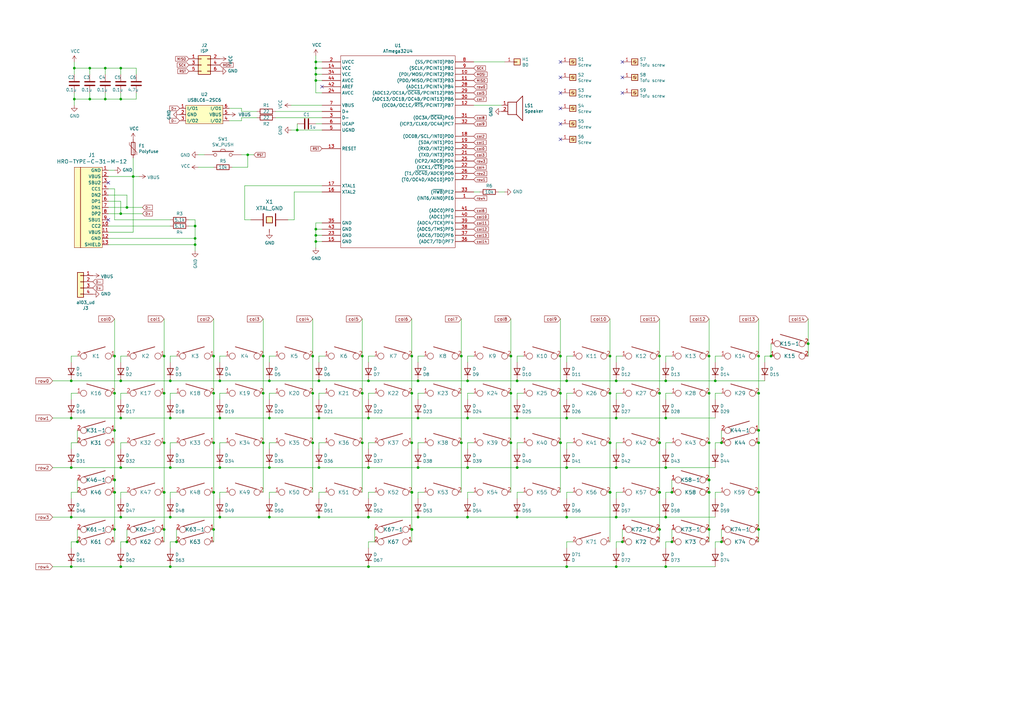
<source format=kicad_sch>
(kicad_sch (version 20211123) (generator eeschema)
  (paper "A3")
  (junction (at 273.05 191.77))
  (junction (at 101.6 63.5))
  (junction (at 273.05 156.21))
  (junction (at 128.27 146.05))
  (junction (at 129.54 33.02))
  (junction (at 46.99 146.05))
  (junction (at 250.19 146.05))
  (junction (at 110.49 156.21))
  (junction (at 232.41 212.09))
  (junction (at 250.2154 201.93))
  (junction (at 69.85 171.45))
  (junction (at 110.49 171.45))
  (junction (at 171.45 212.09))
  (junction (at 49.53 27.94))
  (junction (at 30.48 27.94))
  (junction (at 52.07 85.09))
  (junction (at 69.85 191.77))
  (junction (at 46.99 201.93))
  (junction (at 130.81 171.45))
  (junction (at 209.55 161.29))
  (junction (at 69.85 212.09))
  (junction (at 295.91 181.61))
  (junction (at 107.95 146.05))
  (junction (at 290.83 146.05))
  (junction (at 87.63 161.29))
  (junction (at 212.09 191.77))
  (junction (at 275.5646 201.93))
  (junction (at 168.91 201.93))
  (junction (at 250.19 161.29))
  (junction (at 270.5354 181.61))
  (junction (at 110.49 191.77))
  (junction (at 311.15 181.61))
  (junction (at 54.61 72.39))
  (junction (at 270.51 161.29))
  (junction (at 255.27 222.25))
  (junction (at 129.54 96.52))
  (junction (at 87.6554 201.93))
  (junction (at 90.17 156.21))
  (junction (at 232.41 191.77))
  (junction (at 290.83 196.85))
  (junction (at 148.59 146.05))
  (junction (at 229.87 161.29))
  (junction (at 311.15 161.29))
  (junction (at 130.81 212.09))
  (junction (at 121.92 53.34))
  (junction (at 290.8046 196.85))
  (junction (at 29.21 156.21))
  (junction (at 311.15 217.17))
  (junction (at 52.07 222.25))
  (junction (at 270.5354 201.93))
  (junction (at 273.05 232.41))
  (junction (at 80.01 100.33))
  (junction (at 311.15 201.93))
  (junction (at 316.23 146.05))
  (junction (at 47.0154 201.93))
  (junction (at 46.99 196.85))
  (junction (at 67.31 181.61))
  (junction (at 87.63 146.05))
  (junction (at 232.41 156.21))
  (junction (at 29.21 191.77))
  (junction (at 47.0154 196.85))
  (junction (at 129.54 25.4))
  (junction (at 130.81 191.77))
  (junction (at 151.13 171.45))
  (junction (at 311.15 146.05))
  (junction (at 90.17 171.45))
  (junction (at 128.27 181.61))
  (junction (at 168.91 161.29))
  (junction (at 270.51 201.93))
  (junction (at 270.51 181.61))
  (junction (at 67.31 146.05))
  (junction (at 87.63 181.61))
  (junction (at 295.91 222.25))
  (junction (at 67.31 217.17))
  (junction (at 229.87 146.05))
  (junction (at 290.83 181.61))
  (junction (at 43.18 27.94))
  (junction (at 46.99 217.17))
  (junction (at 49.53 156.21))
  (junction (at 209.55 146.05))
  (junction (at 273.05 212.09))
  (junction (at 80.01 92.71))
  (junction (at 36.83 27.94))
  (junction (at 209.55 181.61))
  (junction (at 151.13 191.77))
  (junction (at 151.13 232.41))
  (junction (at 148.59 181.61))
  (junction (at 168.91 217.17))
  (junction (at 189.23 146.05))
  (junction (at 290.83 217.17))
  (junction (at 189.23 181.61))
  (junction (at 110.49 212.09))
  (junction (at 168.9354 217.17))
  (junction (at 80.01 97.79))
  (junction (at 29.21 232.41))
  (junction (at 129.54 93.98))
  (junction (at 36.83 40.64))
  (junction (at 270.51 146.05))
  (junction (at 212.09 212.09))
  (junction (at 90.17 191.77))
  (junction (at 212.09 171.45))
  (junction (at 273.05 171.45))
  (junction (at 46.99 161.29))
  (junction (at 229.87 181.61))
  (junction (at 151.13 156.21))
  (junction (at 128.27 161.29))
  (junction (at 171.45 171.45))
  (junction (at 67.3354 201.93))
  (junction (at 72.39 222.25))
  (junction (at 129.54 30.48))
  (junction (at 49.53 212.09))
  (junction (at 168.9354 201.93))
  (junction (at 293.37 156.21))
  (junction (at 30.48 40.64))
  (junction (at 275.59 222.25))
  (junction (at 191.77 191.77))
  (junction (at 151.13 212.09))
  (junction (at 191.77 212.09))
  (junction (at 107.95 161.29))
  (junction (at 43.18 40.64))
  (junction (at 232.41 232.41))
  (junction (at 46.99 176.53))
  (junction (at 87.63 201.93))
  (junction (at 250.19 181.61))
  (junction (at 67.31 201.93))
  (junction (at 252.73 232.41))
  (junction (at 252.73 212.09))
  (junction (at 171.45 156.21))
  (junction (at 311.15 176.53))
  (junction (at 290.83 161.29))
  (junction (at 29.21 212.09))
  (junction (at 168.91 181.61))
  (junction (at 69.85 232.41))
  (junction (at 168.91 146.05))
  (junction (at 252.73 171.45))
  (junction (at 250.2154 181.61))
  (junction (at 129.54 27.94))
  (junction (at 31.75 222.25))
  (junction (at 270.51 217.17))
  (junction (at 67.31 161.29))
  (junction (at 331.47 140.97))
  (junction (at 49.53 191.77))
  (junction (at 87.63 217.17))
  (junction (at 250.19 201.93))
  (junction (at 129.54 99.06))
  (junction (at 252.73 156.21))
  (junction (at 212.09 156.21))
  (junction (at 229.8954 181.61))
  (junction (at 191.77 171.45))
  (junction (at 49.53 40.64))
  (junction (at 191.77 156.21))
  (junction (at 171.45 191.77))
  (junction (at 69.85 156.21))
  (junction (at 90.17 212.09))
  (junction (at 49.53 87.63))
  (junction (at 290.83 201.93))
  (junction (at 49.53 171.45))
  (junction (at 252.73 191.77))
  (junction (at 29.21 171.45))
  (junction (at 130.81 156.21))
  (junction (at 49.53 232.41))
  (junction (at 107.95 181.61))
  (junction (at 148.59 161.29))
  (junction (at 290.8046 201.93))
  (junction (at 232.41 171.45))
  (no_connect (at 229.87 50.8))
  (no_connect (at 229.87 38.1))
  (no_connect (at 255.27 31.75))
  (no_connect (at 255.27 38.1))
  (no_connect (at 229.87 31.75))
  (no_connect (at 229.87 25.4))
  (no_connect (at 255.27 25.4))
  (no_connect (at 44.45 74.93))
  (no_connect (at 132.08 35.56))
  (no_connect (at 229.87 44.45))
  (no_connect (at 229.87 57.15))
  (no_connect (at 44.45 90.17))
  (wire (pts (xy 232.41 181.61) (xy 234.95 181.61)))
  (wire (pts (xy 29.21 191.77) (xy 21.59 191.77)))
  (wire (pts (xy 99.06 45.72) (xy 105.41 45.72)))
  (wire (pts (xy 80.01 100.33) (xy 80.01 102.87)))
  (wire (pts (xy 99.06 44.45) (xy 99.06 45.72)))
  (wire (pts (xy 191.77 181.61) (xy 194.31 181.61)))
  (wire (pts (xy 67.31 181.61) (xy 67.31 201.93)))
  (wire (pts (xy 49.53 82.55) (xy 44.45 82.55)))
  (wire (pts (xy 290.83 161.29) (xy 290.83 146.05)))
  (wire (pts (xy 232.41 161.29) (xy 234.95 161.29)))
  (wire (pts (xy 90.17 212.09) (xy 110.49 212.09)))
  (wire (pts (xy 293.37 232.41) (xy 273.05 232.41)))
  (wire (pts (xy 31.75 176.53) (xy 31.75 181.61)))
  (wire (pts (xy 129.54 33.02) (xy 129.54 38.1)))
  (wire (pts (xy 293.37 156.21) (xy 313.69 156.21)))
  (wire (pts (xy 168.91 201.93) (xy 168.91 217.17)))
  (wire (pts (xy 46.99 201.93) (xy 47.0154 201.93)))
  (wire (pts (xy 69.85 184.15) (xy 69.85 181.61)))
  (wire (pts (xy 171.45 163.83) (xy 171.45 161.29)))
  (wire (pts (xy 49.53 156.21) (xy 69.85 156.21)))
  (wire (pts (xy 67.31 181.61) (xy 67.31 161.29)))
  (wire (pts (xy 46.99 146.05) (xy 46.99 161.29)))
  (wire (pts (xy 252.73 161.29) (xy 255.27 161.29)))
  (wire (pts (xy 43.18 40.64) (xy 49.53 40.64)))
  (wire (pts (xy 49.53 184.15) (xy 49.53 181.61)))
  (wire (pts (xy 232.41 212.09) (xy 252.73 212.09)))
  (wire (pts (xy 270.51 181.61) (xy 270.5354 181.61)))
  (wire (pts (xy 151.13 156.21) (xy 171.45 156.21)))
  (wire (pts (xy 49.53 148.59) (xy 49.53 146.05)))
  (wire (pts (xy 44.45 97.79) (xy 80.01 97.79)))
  (wire (pts (xy 129.54 38.1) (xy 132.08 38.1)))
  (wire (pts (xy 107.95 181.61) (xy 107.95 201.93)))
  (wire (pts (xy 252.73 163.83) (xy 252.73 161.29)))
  (wire (pts (xy 90.17 184.15) (xy 90.17 181.61)))
  (wire (pts (xy 80.01 90.17) (xy 80.01 92.71)))
  (wire (pts (xy 229.87 181.61) (xy 229.87 201.93)))
  (wire (pts (xy 119.38 53.34) (xy 121.92 53.34)))
  (wire (pts (xy 130.81 171.45) (xy 151.13 171.45)))
  (wire (pts (xy 43.18 40.64) (xy 43.18 38.1)))
  (wire (pts (xy 209.55 146.05) (xy 209.55 130.81)))
  (wire (pts (xy 275.59 222.25) (xy 275.59 217.17)))
  (wire (pts (xy 273.05 161.29) (xy 275.59 161.29)))
  (wire (pts (xy 87.63 201.93) (xy 87.6554 201.93)))
  (wire (pts (xy 129.54 27.94) (xy 129.54 30.48)))
  (wire (pts (xy 44.45 92.71) (xy 69.85 92.71)))
  (wire (pts (xy 232.41 163.83) (xy 232.41 161.29)))
  (wire (pts (xy 49.53 191.77) (xy 29.21 191.77)))
  (wire (pts (xy 293.37 148.59) (xy 293.37 146.05)))
  (wire (pts (xy 153.67 217.17) (xy 153.67 222.25)))
  (wire (pts (xy 77.47 92.71) (xy 80.01 92.71)))
  (wire (pts (xy 130.81 148.59) (xy 130.81 146.05)))
  (wire (pts (xy 212.09 148.59) (xy 212.09 146.05)))
  (wire (pts (xy 275.5646 201.93) (xy 273.05 201.93)))
  (wire (pts (xy 99.06 48.26) (xy 105.41 48.26)))
  (wire (pts (xy 49.53 232.41) (xy 29.21 232.41)))
  (wire (pts (xy 191.77 156.21) (xy 212.09 156.21)))
  (wire (pts (xy 128.27 201.93) (xy 128.27 181.61)))
  (wire (pts (xy 30.48 38.1) (xy 30.48 40.64)))
  (wire (pts (xy 69.85 161.29) (xy 72.39 161.29)))
  (wire (pts (xy 232.41 204.47) (xy 232.41 201.93)))
  (wire (pts (xy 232.41 148.59) (xy 232.41 146.05)))
  (wire (pts (xy 90.17 163.83) (xy 90.17 161.29)))
  (wire (pts (xy 130.81 184.15) (xy 130.81 181.61)))
  (wire (pts (xy 171.45 148.59) (xy 171.45 146.05)))
  (wire (pts (xy 293.37 222.25) (xy 295.91 222.25)))
  (wire (pts (xy 252.73 191.77) (xy 232.41 191.77)))
  (wire (pts (xy 168.91 217.17) (xy 168.9354 217.17)))
  (wire (pts (xy 191.77 146.05) (xy 194.31 146.05)))
  (wire (pts (xy 29.21 204.47) (xy 29.21 201.93)))
  (wire (pts (xy 209.55 201.93) (xy 209.55 181.61)))
  (wire (pts (xy 290.8046 196.85) (xy 290.83 196.85)))
  (wire (pts (xy 151.13 201.93) (xy 153.67 201.93)))
  (wire (pts (xy 171.45 204.47) (xy 171.45 201.93)))
  (wire (pts (xy 44.45 100.33) (xy 80.01 100.33)))
  (wire (pts (xy 132.08 50.8) (xy 129.54 50.8)))
  (wire (pts (xy 67.31 222.25) (xy 67.31 217.17)))
  (wire (pts (xy 54.61 95.25) (xy 44.45 95.25)))
  (wire (pts (xy 252.73 146.05) (xy 255.27 146.05)))
  (wire (pts (xy 171.45 161.29) (xy 173.99 161.29)))
  (wire (pts (xy 55.88 40.64) (xy 55.88 38.1)))
  (wire (pts (xy 29.21 181.61) (xy 31.75 181.61)))
  (wire (pts (xy 81.28 68.58) (xy 87.63 68.58)))
  (wire (pts (xy 80.01 92.71) (xy 80.01 97.79)))
  (wire (pts (xy 212.09 191.77) (xy 191.77 191.77)))
  (wire (pts (xy 130.81 204.47) (xy 130.81 201.93)))
  (wire (pts (xy 250.19 161.29) (xy 250.19 146.05)))
  (wire (pts (xy 151.13 191.77) (xy 130.81 191.77)))
  (wire (pts (xy 110.49 171.45) (xy 130.81 171.45)))
  (wire (pts (xy 189.23 146.05) (xy 189.23 181.61)))
  (wire (pts (xy 49.53 146.05) (xy 52.07 146.05)))
  (wire (pts (xy 90.17 204.47) (xy 90.17 201.93)))
  (wire (pts (xy 151.13 146.05) (xy 153.67 146.05)))
  (wire (pts (xy 129.54 93.98) (xy 129.54 96.52)))
  (wire (pts (xy 290.83 181.61) (xy 290.83 196.85)))
  (wire (pts (xy 232.41 146.05) (xy 234.95 146.05)))
  (wire (pts (xy 129.54 22.86) (xy 129.54 25.4)))
  (wire (pts (xy 104.14 63.5) (xy 101.6 63.5)))
  (wire (pts (xy 107.95 146.05) (xy 107.95 161.29)))
  (wire (pts (xy 331.47 140.97) (xy 331.47 130.81)))
  (wire (pts (xy 46.99 176.53) (xy 46.99 196.85)))
  (wire (pts (xy 331.47 146.05) (xy 331.47 140.97)))
  (wire (pts (xy 49.53 201.93) (xy 52.07 201.93)))
  (wire (pts (xy 313.69 146.05) (xy 316.23 146.05)))
  (wire (pts (xy 99.06 63.5) (xy 101.6 63.5)))
  (wire (pts (xy 168.91 181.61) (xy 168.91 201.93)))
  (wire (pts (xy 132.08 78.74) (xy 120.65 78.74)))
  (wire (pts (xy 101.6 68.58) (xy 95.25 68.58)))
  (wire (pts (xy 113.03 45.72) (xy 132.08 45.72)))
  (wire (pts (xy 207.01 78.74) (xy 204.47 78.74)))
  (wire (pts (xy 132.08 43.18) (xy 119.38 43.18)))
  (wire (pts (xy 77.47 90.17) (xy 80.01 90.17)))
  (wire (pts (xy 21.59 156.21) (xy 29.21 156.21)))
  (wire (pts (xy 273.05 212.09) (xy 293.37 212.09)))
  (wire (pts (xy 273.05 232.41) (xy 252.73 232.41)))
  (wire (pts (xy 270.51 217.17) (xy 270.51 222.25)))
  (wire (pts (xy 130.81 163.83) (xy 130.81 161.29)))
  (wire (pts (xy 229.87 130.81) (xy 229.87 146.05)))
  (wire (pts (xy 171.45 184.15) (xy 171.45 181.61)))
  (wire (pts (xy 311.15 130.81) (xy 311.15 146.05)))
  (wire (pts (xy 191.77 212.09) (xy 212.09 212.09)))
  (wire (pts (xy 171.45 201.93) (xy 173.99 201.93)))
  (wire (pts (xy 168.91 146.05) (xy 168.91 130.81)))
  (wire (pts (xy 232.41 184.15) (xy 232.41 181.61)))
  (wire (pts (xy 132.08 27.94) (xy 129.54 27.94)))
  (wire (pts (xy 229.87 181.61) (xy 229.8954 181.61)))
  (wire (pts (xy 43.18 30.48) (xy 43.18 27.94)))
  (wire (pts (xy 29.21 232.41) (xy 21.59 232.41)))
  (wire (pts (xy 194.31 25.4) (xy 207.01 25.4)))
  (wire (pts (xy 100.33 76.2) (xy 132.08 76.2)))
  (wire (pts (xy 87.63 161.29) (xy 87.63 181.61)))
  (wire (pts (xy 252.73 181.61) (xy 255.27 181.61)))
  (wire (pts (xy 252.73 224.79) (xy 252.73 222.25)))
  (wire (pts (xy 273.05 156.21) (xy 293.37 156.21)))
  (wire (pts (xy 229.87 146.05) (xy 229.87 161.29)))
  (wire (pts (xy 232.41 222.25) (xy 234.95 222.25)))
  (wire (pts (xy 212.09 204.47) (xy 212.09 201.93)))
  (wire (pts (xy 270.51 130.81) (xy 270.51 146.05)))
  (wire (pts (xy 273.05 181.61) (xy 275.59 181.61)))
  (wire (pts (xy 46.99 161.29) (xy 46.99 176.53)))
  (wire (pts (xy 120.65 90.17) (xy 118.11 90.17)))
  (wire (pts (xy 30.48 27.94) (xy 36.83 27.94)))
  (wire (pts (xy 36.83 30.48) (xy 36.83 27.94)))
  (wire (pts (xy 46.99 196.85) (xy 47.0154 196.85)))
  (wire (pts (xy 69.85 212.09) (xy 90.17 212.09)))
  (wire (pts (xy 69.85 222.25) (xy 72.39 222.25)))
  (wire (pts (xy 69.85 171.45) (xy 90.17 171.45)))
  (wire (pts (xy 81.28 63.5) (xy 83.82 63.5)))
  (wire (pts (xy 29.21 222.25) (xy 31.75 222.25)))
  (wire (pts (xy 295.91 222.25) (xy 295.91 217.17)))
  (wire (pts (xy 69.85 191.77) (xy 49.53 191.77)))
  (wire (pts (xy 148.59 146.05) (xy 148.59 161.29)))
  (wire (pts (xy 90.17 181.61) (xy 92.71 181.61)))
  (wire (pts (xy 191.77 171.45) (xy 212.09 171.45)))
  (wire (pts (xy 49.53 222.25) (xy 52.07 222.25)))
  (wire (pts (xy 232.41 191.77) (xy 212.09 191.77)))
  (wire (pts (xy 90.17 191.77) (xy 69.85 191.77)))
  (wire (pts (xy 129.54 101.6) (xy 129.54 99.06)))
  (wire (pts (xy 49.53 27.94) (xy 55.88 27.94)))
  (wire (pts (xy 212.09 156.21) (xy 232.41 156.21)))
  (wire (pts (xy 191.77 201.93) (xy 194.31 201.93)))
  (wire (pts (xy 273.05 224.79) (xy 273.05 222.25)))
  (wire (pts (xy 29.21 224.79) (xy 29.21 222.25)))
  (wire (pts (xy 130.81 156.21) (xy 151.13 156.21)))
  (wire (pts (xy 44.45 80.01) (xy 52.07 80.01)))
  (wire (pts (xy 270.51 146.05) (xy 270.51 161.29)))
  (wire (pts (xy 252.73 171.45) (xy 273.05 171.45)))
  (wire (pts (xy 191.77 184.15) (xy 191.77 181.61)))
  (wire (pts (xy 209.55 181.61) (xy 209.55 161.29)))
  (wire (pts (xy 270.51 181.61) (xy 270.51 201.93)))
  (wire (pts (xy 191.77 161.29) (xy 194.31 161.29)))
  (wire (pts (xy 290.83 196.85) (xy 290.83 201.93)))
  (wire (pts (xy 49.53 163.83) (xy 49.53 161.29)))
  (wire (pts (xy 293.37 163.83) (xy 293.37 161.29)))
  (wire (pts (xy 132.08 91.44) (xy 129.54 91.44)))
  (wire (pts (xy 273.05 171.45) (xy 293.37 171.45)))
  (wire (pts (xy 313.69 148.59) (xy 313.69 146.05)))
  (wire (pts (xy 67.31 146.05) (xy 67.31 130.81)))
  (wire (pts (xy 130.81 191.77) (xy 110.49 191.77)))
  (wire (pts (xy 29.21 171.45) (xy 49.53 171.45)))
  (wire (pts (xy 151.13 232.41) (xy 69.85 232.41)))
  (wire (pts (xy 54.61 72.39) (xy 54.61 64.77)))
  (wire (pts (xy 52.07 85.09) (xy 58.42 85.09)))
  (wire (pts (xy 232.41 201.93) (xy 234.95 201.93)))
  (wire (pts (xy 21.59 212.09) (xy 29.21 212.09)))
  (wire (pts (xy 46.99 77.47) (xy 46.99 90.17)))
  (wire (pts (xy 196.85 78.74) (xy 194.31 78.74)))
  (wire (pts (xy 270.51 161.29) (xy 270.51 181.61)))
  (wire (pts (xy 132.08 93.98) (xy 129.54 93.98)))
  (wire (pts (xy 270.51 201.93) (xy 270.5354 201.93)))
  (wire (pts (xy 72.39 222.25) (xy 72.39 217.17)))
  (wire (pts (xy 90.17 201.93) (xy 92.71 201.93)))
  (wire (pts (xy 311.15 181.61) (xy 311.15 201.93)))
  (wire (pts (xy 110.49 201.93) (xy 113.03 201.93)))
  (wire (pts (xy 69.85 232.41) (xy 49.53 232.41)))
  (wire (pts (xy 110.49 181.61) (xy 113.03 181.61)))
  (wire (pts (xy 101.6 63.5) (xy 101.6 68.58)))
  (wire (pts (xy 29.21 184.15) (xy 29.21 181.61)))
  (wire (pts (xy 273.05 201.93) (xy 273.05 204.47)))
  (wire (pts (xy 132.08 33.02) (xy 129.54 33.02)))
  (wire (pts (xy 212.09 201.93) (xy 214.63 201.93)))
  (wire (pts (xy 132.08 96.52) (xy 129.54 96.52)))
  (wire (pts (xy 273.05 146.05) (xy 275.59 146.05)))
  (wire (pts (xy 232.41 156.21) (xy 252.73 156.21)))
  (wire (pts (xy 212.09 163.83) (xy 212.09 161.29)))
  (wire (pts (xy 290.8046 201.93) (xy 290.83 201.93)))
  (wire (pts (xy 189.23 181.61) (xy 189.23 201.93)))
  (wire (pts (xy 31.75 217.17) (xy 31.75 222.25)))
  (wire (pts (xy 121.92 50.8) (xy 121.92 53.34)))
  (wire (pts (xy 130.81 201.93) (xy 133.35 201.93)))
  (wire (pts (xy 110.49 161.29) (xy 113.03 161.29)))
  (wire (pts (xy 130.81 146.05) (xy 133.35 146.05)))
  (wire (pts (xy 110.49 146.05) (xy 113.03 146.05)))
  (wire (pts (xy 44.45 69.85) (xy 46.99 69.85)))
  (wire (pts (xy 130.81 161.29) (xy 133.35 161.29)))
  (wire (pts (xy 69.85 201.93) (xy 72.39 201.93)))
  (wire (pts (xy 168.91 161.29) (xy 168.91 146.05)))
  (wire (pts (xy 110.49 212.09) (xy 130.81 212.09)))
  (wire (pts (xy 212.09 212.09) (xy 232.41 212.09)))
  (wire (pts (xy 90.17 161.29) (xy 92.71 161.29)))
  (wire (pts (xy 21.59 171.45) (xy 29.21 171.45)))
  (wire (pts (xy 130.81 212.09) (xy 151.13 212.09)))
  (wire (pts (xy 168.91 217.17) (xy 168.91 222.25)))
  (wire (pts (xy 273.05 148.59) (xy 273.05 146.05)))
  (wire (pts (xy 311.15 201.93) (xy 311.15 217.17)))
  (wire (pts (xy 252.73 212.09) (xy 273.05 212.09)))
  (wire (pts (xy 49.53 224.79) (xy 49.53 222.25)))
  (wire (pts (xy 293.37 184.15) (xy 293.37 181.61)))
  (wire (pts (xy 311.15 161.29) (xy 311.15 176.53)))
  (wire (pts (xy 168.91 201.93) (xy 168.9354 201.93)))
  (wire (pts (xy 110.49 163.83) (xy 110.49 161.29)))
  (wire (pts (xy 30.48 40.64) (xy 30.48 43.18)))
  (wire (pts (xy 43.18 27.94) (xy 49.53 27.94)))
  (wire (pts (xy 87.63 201.93) (xy 87.63 217.17)))
  (wire (pts (xy 209.55 161.29) (xy 209.55 146.05)))
  (wire (pts (xy 293.37 161.29) (xy 295.91 161.29)))
  (wire (pts (xy 290.83 222.25) (xy 290.83 217.17)))
  (wire (pts (xy 30.48 40.64) (xy 36.83 40.64)))
  (wire (pts (xy 54.61 72.39) (xy 54.61 95.25)))
  (wire (pts (xy 252.73 156.21) (xy 273.05 156.21)))
  (wire (pts (xy 293.37 204.47) (xy 293.37 201.93)))
  (wire (pts (xy 151.13 148.59) (xy 151.13 146.05)))
  (wire (pts (xy 295.91 176.53) (xy 295.91 181.61)))
  (wire (pts (xy 273.05 163.83) (xy 273.05 161.29)))
  (wire (pts (xy 290.83 201.93) (xy 290.83 217.17)))
  (wire (pts (xy 100.33 90.17) (xy 102.87 90.17)))
  (wire (pts (xy 69.85 156.21) (xy 90.17 156.21)))
  (wire (pts (xy 212.09 161.29) (xy 214.63 161.29)))
  (wire (pts (xy 128.27 181.61) (xy 128.27 161.29)))
  (wire (pts (xy 232.41 171.45) (xy 252.73 171.45)))
  (wire (pts (xy 90.17 148.59) (xy 90.17 146.05)))
  (wire (pts (xy 110.49 148.59) (xy 110.49 146.05)))
  (wire (pts (xy 129.54 30.48) (xy 129.54 33.02)))
  (wire (pts (xy 107.95 130.81) (xy 107.95 146.05)))
  (wire (pts (xy 250.19 201.93) (xy 250.19 222.25)))
  (wire (pts (xy 29.21 146.05) (xy 31.75 146.05)))
  (wire (pts (xy 212.09 171.45) (xy 232.41 171.45)))
  (wire (pts (xy 46.99 217.17) (xy 46.99 222.25)))
  (wire (pts (xy 148.59 161.29) (xy 148.59 181.61)))
  (wire (pts (xy 49.53 204.47) (xy 49.53 201.93)))
  (wire (pts (xy 99.06 49.53) (xy 99.06 48.26)))
  (wire (pts (xy 255.27 222.25) (xy 255.27 217.17)))
  (wire (pts (xy 36.83 27.94) (xy 43.18 27.94)))
  (wire (pts (xy 90.17 146.05) (xy 92.71 146.05)))
  (wire (pts (xy 30.48 27.94) (xy 30.48 30.48)))
  (wire (pts (xy 290.83 181.61) (xy 290.83 161.29)))
  (wire (pts (xy 252.73 232.41) (xy 232.41 232.41)))
  (wire (pts (xy 49.53 40.64) (xy 55.88 40.64)))
  (wire (pts (xy 252.73 148.59) (xy 252.73 146.05)))
  (wire (pts (xy 49.53 87.63) (xy 58.42 87.63)))
  (wire (pts (xy 212.09 146.05) (xy 214.63 146.05)))
  (wire (pts (xy 55.88 27.94) (xy 55.88 30.48)))
  (wire (pts (xy 93.98 49.53) (xy 99.06 49.53)))
  (wire (pts (xy 46.99 196.85) (xy 46.99 201.93)))
  (wire (pts (xy 194.31 43.18) (xy 205.74 43.18)))
  (wire (pts (xy 171.45 181.61) (xy 173.99 181.61)))
  (wire (pts (xy 49.53 87.63) (xy 49.53 82.55)))
  (wire (pts (xy 151.13 161.29) (xy 153.67 161.29)))
  (wire (pts (xy 87.63 130.81) (xy 87.63 146.05)))
  (wire (pts (xy 67.31 201.93) (xy 67.3354 201.93)))
  (wire (pts (xy 29.21 161.29) (xy 31.75 161.29)))
  (wire (pts (xy 29.21 163.83) (xy 29.21 161.29)))
  (wire (pts (xy 171.45 212.09) (xy 191.77 212.09)))
  (wire (pts (xy 128.27 161.29) (xy 128.27 146.05)))
  (wire (pts (xy 273.05 222.25) (xy 275.59 222.25)))
  (wire (pts (xy 69.85 146.05) (xy 72.39 146.05)))
  (wire (pts (xy 168.91 181.61) (xy 168.91 161.29)))
  (wire (pts (xy 129.54 25.4) (xy 129.54 27.94)))
  (wire (pts (xy 49.53 30.48) (xy 49.53 27.94)))
  (wire (pts (xy 69.85 148.59) (xy 69.85 146.05)))
  (wire (pts (xy 252.73 184.15) (xy 252.73 181.61)))
  (wire (pts (xy 132.08 30.48) (xy 129.54 30.48)))
  (wire (pts (xy 93.98 44.45) (xy 99.06 44.45)))
  (wire (pts (xy 110.49 156.21) (xy 130.81 156.21)))
  (wire (pts (xy 171.45 171.45) (xy 191.77 171.45)))
  (wire (pts (xy 49.53 212.09) (xy 69.85 212.09)))
  (wire (pts (xy 171.45 156.21) (xy 191.77 156.21)))
  (wire (pts (xy 151.13 212.09) (xy 171.45 212.09)))
  (wire (pts (xy 107.95 161.29) (xy 107.95 181.61)))
  (wire (pts (xy 148.59 181.61) (xy 148.59 201.93)))
  (wire (pts (xy 252.73 222.25) (xy 255.27 222.25)))
  (wire (pts (xy 121.92 53.34) (xy 132.08 53.34)))
  (wire (pts (xy 212.09 184.15) (xy 212.09 181.61)))
  (wire (pts (xy 29.21 201.93) (xy 31.75 201.93)))
  (wire (pts (xy 250.19 146.05) (xy 250.19 130.81)))
  (wire (pts (xy 273.05 191.77) (xy 252.73 191.77)))
  (wire (pts (xy 275.5646 196.85) (xy 275.5646 201.93)))
  (wire (pts (xy 120.65 78.74) (xy 120.65 90.17)))
  (wire (pts (xy 293.37 191.77) (xy 273.05 191.77)))
  (wire (pts (xy 212.09 181.61) (xy 214.63 181.61)))
  (wire (pts (xy 52.07 85.09) (xy 44.45 85.09)))
  (wire (pts (xy 49.53 181.61) (xy 52.07 181.61)))
  (wire (pts (xy 151.13 181.61) (xy 153.67 181.61)))
  (wire (pts (xy 250.19 201.93) (xy 250.2154 201.93)))
  (wire (pts (xy 129.54 91.44) (xy 129.54 93.98)))
  (wire (pts (xy 151.13 222.25) (xy 153.67 222.25)))
  (wire (pts (xy 311.15 217.17) (xy 311.15 222.25)))
  (wire (pts (xy 293.37 146.05) (xy 295.91 146.05)))
  (wire (pts (xy 69.85 224.79) (xy 69.85 222.25)))
  (wire (pts (xy 229.87 161.29) (xy 229.87 181.61)))
  (wire (pts (xy 311.15 176.53) (xy 311.15 181.61)))
  (wire (pts (xy 87.63 217.17) (xy 87.63 222.25)))
  (wire (pts (xy 252.73 204.47) (xy 252.73 201.93)))
  (wire (pts (xy 132.08 25.4) (xy 129.54 25.4)))
  (wire (pts (xy 31.75 196.85) (xy 31.75 201.93)))
  (wire (pts (xy 232.41 224.79) (xy 232.41 222.25)))
  (wire (pts (xy 148.59 130.81) (xy 148.59 146.05)))
  (wire (pts (xy 49.53 161.29) (xy 52.07 161.29)))
  (wire (pts (xy 129.54 96.52) (xy 129.54 99.06)))
  (wire (pts (xy 316.23 140.97) (xy 316.23 146.05)))
  (wire (pts (xy 52.07 222.25) (xy 52.07 217.17)))
  (wire (pts (xy 67.31 161.29) (xy 67.31 146.05)))
  (wire (pts (xy 270.51 201.93) (xy 270.51 217.17)))
  (wire (pts (xy 36.83 40.64) (xy 36.83 38.1)))
  (wire (pts (xy 44.45 72.39) (xy 54.61 72.39)))
  (wire (pts (xy 129.54 99.06) (xy 132.08 99.06)))
  (wire (pts (xy 44.45 77.47) (xy 46.99 77.47)))
  (wire (pts (xy 171.45 191.77) (xy 151.13 191.77)))
  (wire (pts (xy 30.48 25.4) (xy 30.48 27.94)))
  (wire (pts (xy 87.63 181.61) (xy 87.63 201.93)))
  (wire (pts (xy 151.13 232.41) (xy 232.41 232.41)))
  (wire (pts (xy 44.45 87.63) (xy 49.53 87.63)))
  (wire (pts (xy 100.33 90.17) (xy 100.33 76.2)))
  (wire (pts (xy 49.53 171.45) (xy 69.85 171.45)))
  (wire (pts (xy 90.17 156.21) (xy 110.49 156.21)))
  (wire (pts (xy 113.03 48.26) (xy 132.08 48.26)))
  (wire (pts (xy 151.13 163.83) (xy 151.13 161.29)))
  (wire (pts (xy 151.13 184.15) (xy 151.13 181.61)))
  (wire (pts (xy 29.21 212.09) (xy 49.53 212.09)))
  (wire (pts (xy 69.85 204.47) (xy 69.85 201.93)))
  (wire (pts (xy 310.8706 201.93) (xy 311.15 201.93)))
  (wire (pts (xy 171.45 146.05) (xy 173.99 146.05)))
  (wire (pts (xy 293.37 181.61) (xy 295.91 181.61)))
  (wire (pts (xy 191.77 204.47) (xy 191.77 201.93)))
  (wire (pts (xy 191.77 163.83) (xy 191.77 161.29)))
  (wire (pts (xy 29.21 148.59) (xy 29.21 146.05)))
  (wire (pts (xy 293.37 201.93) (xy 295.6306 201.93)))
  (wire (pts (xy 250.19 181.61) (xy 250.19 201.93)))
  (wire (pts (xy 46.99 90.17) (xy 69.85 90.17)))
  (wire (pts (xy 252.73 201.93) (xy 255.27 201.93)))
  (wire (pts (xy 311.15 146.05) (xy 311.15 161.29)))
  (wire (pts (xy 110.49 184.15) (xy 110.49 181.61)))
  (wire (pts (xy 191.77 191.77) (xy 171.45 191.77)))
  (wire (pts (xy 293.37 224.79) (xy 293.37 222.25)))
  (wire (pts (xy 250.19 161.29) (xy 250.19 181.61)))
  (wire (pts (xy 29.21 156.21) (xy 49.53 156.21)))
  (wire (pts (xy 189.23 130.81) (xy 189.23 146.05)))
  (wire (pts (xy 69.85 181.61) (xy 72.39 181.61)))
  (wire (pts (xy 67.31 201.93) (xy 67.31 217.17)))
  (wire (pts (xy 46.99 130.81) (xy 46.99 146.05)))
  (wire (pts (xy 151.13 171.45) (xy 171.45 171.45)))
  (wire (pts (xy 49.53 40.64) (xy 49.53 38.1)))
  (wire (pts (xy 69.85 163.83) (xy 69.85 161.29)))
  (wire (pts (xy 250.19 181.61) (xy 250.2154 181.61)))
  (wire (pts (xy 191.77 148.59) (xy 191.77 146.05)))
  (wire (pts (xy 130.81 181.61) (xy 133.35 181.61)))
  (wire (pts (xy 54.61 72.39) (xy 57.15 72.39)))
  (wire (pts (xy 36.83 40.64) (xy 43.18 40.64)))
  (wire (pts (xy 151.13 204.47) (xy 151.13 201.93)))
  (wire (pts (xy 290.83 146.05) (xy 290.83 130.81)))
  (wire (pts (xy 87.63 146.05) (xy 87.63 161.29)))
  (wire (pts (xy 110.49 204.47) (xy 110.49 201.93)))
  (wire (pts (xy 151.13 224.79) (xy 151.13 222.25)))
  (wire (pts (xy 128.27 146.05) (xy 128.27 130.81)))
  (wire (pts (xy 80.01 97.79) (xy 80.01 100.33)))
  (wire (pts (xy 46.99 201.93) (xy 46.99 217.17)))
  (wire (pts (xy 90.17 171.45) (xy 110.49 171.45)))
  (wire (pts (xy 273.05 184.15) (xy 273.05 181.61)))
  (wire (pts (xy 110.49 191.77) (xy 90.17 191.77)))
  (wire (pts (xy 52.07 80.01) (xy 52.07 85.09)))
  (global_label "col14" (shape input) (at 194.31 99.06 0) (effects (font (size 0.9906 0.9906))) (property "Intersheet References" "${INTERSHEET_REFS}" (effects hide)))
  (global_label "col1" (shape input) (at 194.31 58.42 0) (effects (font (size 0.9906 0.9906))) (property "Intersheet References" "${INTERSHEET_REFS}" (effects hide)))
  (global_label "col12" (shape input) (at 290.83 130.81 180) (property "Intersheet References" "${INTERSHEET_REFS}" (effects hide)))
  (global_label "col6" (shape input) (at 168.91 130.81 180) (property "Intersheet References" "${INTERSHEET_REFS}" (effects hide)))
  (global_label "col8" (shape input) (at 194.31 48.26 0) (effects (font (size 0.9906 0.9906))) (property "Intersheet References" "${INTERSHEET_REFS}" (effects hide)))
  (global_label "D-" (shape input) (at 58.42 85.09 0) (effects (font (size 0.9906 0.9906))) (property "Intersheet References" "${INTERSHEET_REFS}" (effects hide)))
  (global_label "col3" (shape input) (at 107.95 130.81 180) (property "Intersheet References" "${INTERSHEET_REFS}" (effects hide)))
  (global_label "row0" (shape input) (at 21.59 156.21 180) (property "Intersheet References" "${INTERSHEET_REFS}" (effects hide)))
  (global_label "col0" (shape input) (at 46.99 130.81 180) (property "Intersheet References" "${INTERSHEET_REFS}" (effects hide)))
  (global_label "MISO" (shape input) (at 194.31 33.02 0) (effects (font (size 0.9906 0.9906))) (property "Intersheet References" "${INTERSHEET_REFS}" (effects hide)))
  (global_label "col5" (shape input) (at 194.31 38.1 0) (effects (font (size 0.9906 0.9906))) (property "Intersheet References" "${INTERSHEET_REFS}" (effects hide)))
  (global_label "D+" (shape input) (at 58.42 87.63 0) (effects (font (size 0.9906 0.9906))) (property "Intersheet References" "${INTERSHEET_REFS}" (effects hide)))
  (global_label "row4" (shape input) (at 21.59 232.41 180) (property "Intersheet References" "${INTERSHEET_REFS}" (effects hide)))
  (global_label "col2" (shape input) (at 87.63 130.81 180) (property "Intersheet References" "${INTERSHEET_REFS}" (effects hide)))
  (global_label "col5" (shape input) (at 148.59 130.81 180) (property "Intersheet References" "${INTERSHEET_REFS}" (effects hide)))
  (global_label "col7" (shape input) (at 189.23 130.81 180) (property "Intersheet References" "${INTERSHEET_REFS}" (effects hide)))
  (global_label "col12" (shape input) (at 194.31 93.98 0) (effects (font (size 0.9906 0.9906))) (property "Intersheet References" "${INTERSHEET_REFS}" (effects hide)))
  (global_label "row2" (shape input) (at 21.59 191.77 180) (property "Intersheet References" "${INTERSHEET_REFS}" (effects hide)))
  (global_label "col4" (shape input) (at 194.31 68.58 0) (effects (font (size 0.9906 0.9906))) (property "Intersheet References" "${INTERSHEET_REFS}" (effects hide)))
  (global_label "col13" (shape input) (at 311.15 130.81 180) (property "Intersheet References" "${INTERSHEET_REFS}" (effects hide)))
  (global_label "D+" (shape input) (at 73.66 44.45 180) (effects (font (size 0.9906 0.9906))) (property "Intersheet References" "${INTERSHEET_REFS}" (effects hide)))
  (global_label "SCK" (shape input) (at 77.47 26.67 180) (effects (font (size 0.9906 0.9906))) (property "Intersheet References" "${INTERSHEET_REFS}" (effects hide)))
  (global_label "row0" (shape input) (at 194.31 35.56 0) (effects (font (size 0.9906 0.9906))) (property "Intersheet References" "${INTERSHEET_REFS}" (effects hide)))
  (global_label "col8" (shape input) (at 209.55 130.81 180) (property "Intersheet References" "${INTERSHEET_REFS}" (effects hide)))
  (global_label "col0" (shape input) (at 194.31 60.96 0) (effects (font (size 0.9906 0.9906))) (property "Intersheet References" "${INTERSHEET_REFS}" (effects hide)))
  (global_label "row4" (shape input) (at 194.31 81.28 0) (effects (font (size 0.9906 0.9906))) (property "Intersheet References" "${INTERSHEET_REFS}" (effects hide)))
  (global_label "MISO" (shape input) (at 77.47 24.13 180) (effects (font (size 0.9906 0.9906))) (property "Intersheet References" "${INTERSHEET_REFS}" (effects hide)))
  (global_label "col2" (shape input) (at 194.31 55.88 0) (effects (font (size 0.9906 0.9906))) (property "Intersheet References" "${INTERSHEET_REFS}" (effects hide)))
  (global_label "RST" (shape input) (at 132.08 60.96 180) (effects (font (size 0.9906 0.9906))) (property "Intersheet References" "${INTERSHEET_REFS}" (effects hide)))
  (global_label "MOSI" (shape input) (at 194.31 30.48 0) (effects (font (size 0.9906 0.9906))) (property "Intersheet References" "${INTERSHEET_REFS}" (effects hide)))
  (global_label "col13" (shape input) (at 194.31 96.52 0) (effects (font (size 0.9906 0.9906))) (property "Intersheet References" "${INTERSHEET_REFS}" (effects hide)))
  (global_label "col11" (shape input) (at 270.51 130.81 180) (property "Intersheet References" "${INTERSHEET_REFS}" (effects hide)))
  (global_label "row3" (shape input) (at 194.31 66.04 0) (effects (font (size 0.9906 0.9906))) (property "Intersheet References" "${INTERSHEET_REFS}" (effects hide)))
  (global_label "D-" (shape input) (at 73.66 49.53 180) (effects (font (size 0.9906 0.9906))) (property "Intersheet References" "${INTERSHEET_REFS}" (effects hide)))
  (global_label "col9" (shape input) (at 194.31 50.8 0) (effects (font (size 0.9906 0.9906))) (property "Intersheet References" "${INTERSHEET_REFS}" (effects hide)))
  (global_label "col7" (shape input) (at 194.31 40.64 0) (effects (font (size 0.9906 0.9906))) (property "Intersheet References" "${INTERSHEET_REFS}" (effects hide)))
  (global_label "col4" (shape input) (at 128.27 130.81 180) (property "Intersheet References" "${INTERSHEET_REFS}" (effects hide)))
  (global_label "row3" (shape input) (at 21.59 212.09 180) (property "Intersheet References" "${INTERSHEET_REFS}" (effects hide)))
  (global_label "row1" (shape input) (at 21.59 171.45 180) (property "Intersheet References" "${INTERSHEET_REFS}" (effects hide)))
  (global_label "RST" (shape input) (at 77.47 29.21 180) (effects (font (size 0.9906 0.9906))) (property "Intersheet References" "${INTERSHEET_REFS}" (effects hide)))
  (global_label "col14" (shape input) (at 331.47 130.81 180) (property "Intersheet References" "${INTERSHEET_REFS}" (effects hide)))
  (global_label "col3" (shape input) (at 194.31 63.5 0) (effects (font (size 0.9906 0.9906))) (property "Intersheet References" "${INTERSHEET_REFS}" (effects hide)))
  (global_label "col9" (shape input) (at 229.87 130.81 180) (property "Intersheet References" "${INTERSHEET_REFS}" (effects hide)))
  (global_label "row2" (shape input) (at 194.31 71.12 0) (effects (font (size 0.9906 0.9906))) (property "Intersheet References" "${INTERSHEET_REFS}" (effects hide)))
  (global_label "D+" (shape input) (at 38.1 118.11 0) (effects (font (size 0.9906 0.9906))) (property "Intersheet References" "${INTERSHEET_REFS}" (effects hide)))
  (global_label "D-" (shape input) (at 38.1 115.57 0) (effects (font (size 0.9906 0.9906))) (property "Intersheet References" "${INTERSHEET_REFS}" (effects hide)))
  (global_label "col6" (shape input) (at 194.31 86.36 0) (effects (font (size 0.9906 0.9906))) (property "Intersheet References" "${INTERSHEET_REFS}" (effects hide)))
  (global_label "MOSI" (shape input) (at 90.17 26.67 0) (effects (font (size 0.9906 0.9906))) (property "Intersheet References" "${INTERSHEET_REFS}" (effects hide)))
  (global_label "col1" (shape input) (at 67.31 130.81 180) (property "Intersheet References" "${INTERSHEET_REFS}" (effects hide)))
  (global_label "col11" (shape input) (at 194.31 91.44 0) (effects (font (size 0.9906 0.9906))) (property "Intersheet References" "${INTERSHEET_REFS}" (effects hide)))
  (global_label "col10" (shape input) (at 194.31 88.9 0) (effects (font (size 0.9906 0.9906))) (property "Intersheet References" "${INTERSHEET_REFS}" (effects hide)))
  (global_label "row1" (shape input) (at 194.31 73.66 0) (effects (font (size 0.9906 0.9906))) (property "Intersheet References" "${INTERSHEET_REFS}" (effects hide)))
  (global_label "col10" (shape input) (at 250.19 130.81 180) (property "Intersheet References" "${INTERSHEET_REFS}" (effects hide)))
  (global_label "SCK" (shape input) (at 194.31 27.94 0) (effects (font (size 0.9906 0.9906))) (property "Intersheet References" "${INTERSHEET_REFS}" (effects hide)))
  (global_label "RST" (shape input) (at 104.14 63.5 0) (effects (font (size 0.9906 0.9906))) (property "Intersheet References" "${INTERSHEET_REFS}" (effects hide)))
  (symbol (lib_id "atmel:ATmega32U4") (at 163.83 64.77 0) (unit 1)
    (property "Reference" "U1" (at 163.195 18.669 0))
    (property "Value" "ATmega32U4" (at 163.195 20.9804 0))
    (property "Footprint" "Keeb_components:ATMEGA32U4" (effects hide))
  )
  (symbol (lib_id "Device:R") (at 109.22 45.72 270) (unit 1)
    (property "Reference" "R1" (at 109.22 43.18 90))
    (property "Value" "22" (at 109.22 45.72 90))
    (property "Footprint" "Keeb_components:R_0805" (effects hide))
  )
  (symbol (lib_id "Device:R") (at 109.22 48.26 90) (unit 1)
    (property "Reference" "R2" (at 109.22 50.8 90))
    (property "Value" "22" (at 109.22 48.26 90))
    (property "Footprint" "Keeb_components:R_0805" (effects hide))
  )
  (symbol (lib_id "Power:GND") (at 119.38 53.34 270) (unit 1)
    (property "Reference" "#PWR0101" (effects hide))
    (property "Value" "GND" (at 114.9858 53.467 0))
  )
  (symbol (lib_id "Power:VCC") (at 129.54 22.86 0) (unit 1)
    (property "Reference" "#PWR0103" (effects hide))
    (property "Value" "VCC" (at 129.9718 18.4658 0))
  )
  (symbol (lib_id "keyboard_parts:SW_PUSH") (at 91.44 63.5 0) (unit 1)
    (property "Reference" "SW1" (at 91.44 57.023 0))
    (property "Value" "SW_PUSH" (at 91.44 59.3344 0))
    (property "Footprint" "Button_Switch_SMD:SW_SPST_TL3342" (effects hide))
  )
  (symbol (lib_id "Power:VCC") (at 81.28 68.58 90) (unit 1)
    (property "Reference" "#PWR0104" (effects hide))
    (property "Value" "VCC" (at 78.0542 68.1228 90) (effects (justify left)))
  )
  (symbol (lib_id "Device:R") (at 91.44 68.58 270) (unit 1)
    (property "Reference" "R5" (at 91.44 66.04 90))
    (property "Value" "10k" (at 91.44 68.58 90))
    (property "Footprint" "Keeb_components:R_0805" (effects hide))
  )
  (symbol (lib_id "Power:GND") (at 81.28 63.5 270) (unit 1)
    (property "Reference" "#PWR0105" (effects hide))
    (property "Value" "GND" (at 78.0288 63.627 90) (effects (justify right)))
  )
  (symbol (lib_id "Connector:Screw_Terminal_01x01") (at 234.95 25.4 0) (unit 1)
    (property "Reference" "S1" (at 236.982 24.3332 0) (effects (justify left)))
    (property "Value" "Screw" (at 236.982 26.6446 0) (effects (justify left)))
    (property "Footprint" "footprints:5.5_5x2.5mm" (effects hide))
  )
  (symbol (lib_id "Connector:Screw_Terminal_01x01") (at 234.95 31.75 0) (unit 1)
    (property "Reference" "S2" (at 236.982 30.6832 0) (effects (justify left)))
    (property "Value" "Screw" (at 236.982 32.9946 0) (effects (justify left)))
    (property "Footprint" "footprints:5.5_5x2.5mm" (effects hide))
  )
  (symbol (lib_id "Device:R") (at 200.66 78.74 270) (unit 1)
    (property "Reference" "R6" (at 200.66 76.2 90))
    (property "Value" "10k" (at 200.66 78.74 90))
    (property "Footprint" "Keeb_components:R_0805" (effects hide))
  )
  (symbol (lib_id "Power:GND") (at 207.01 78.74 90) (unit 1)
    (property "Reference" "#PWR0106" (effects hide))
    (property "Value" "GND" (at 210.2612 78.613 90) (effects (justify right)))
  )
  (symbol (lib_id "Device:C") (at 125.73 50.8 270) (unit 1)
    (property "Reference" "C1" (at 125.73 46.99 90))
    (property "Value" "1u" (at 128.27 52.07 90))
    (property "Footprint" "Keeb_components:C_0805" (effects hide))
  )
  (symbol (lib_id "keyboard_parts:XTAL_GND") (at 110.49 90.17 0) (unit 1)
    (property "Reference" "X1" (at 110.49 82.7532 0) (effects (font (size 1.524 1.524))))
    (property "Value" "XTAL_GND" (at 110.49 85.4456 0) (effects (font (size 1.524 1.524))))
    (property "Footprint" "Keeb_components:Resonator_SMD_muRata_CSTNExxV-3Pin-p1.2" (effects hide))
  )
  (symbol (lib_id "Power:GND") (at 110.49 95.25 0) (unit 1)
    (property "Reference" "#PWR0107" (effects hide))
    (property "Value" "GND" (at 110.617 99.6442 0))
  )
  (symbol (lib_id "Power:GND") (at 129.54 101.6 0) (unit 1)
    (property "Reference" "#PWR0108" (effects hide))
    (property "Value" "GND" (at 129.667 105.9942 0))
  )
  (symbol (lib_id "Power:VCC") (at 30.48 25.4 0) (unit 1)
    (property "Reference" "#PWR0109" (effects hide))
    (property "Value" "VCC" (at 30.9118 21.0058 0))
  )
  (symbol (lib_id "Power:GND") (at 30.48 43.18 0) (unit 1)
    (property "Reference" "#PWR0110" (effects hide))
    (property "Value" "GND" (at 30.607 47.5742 0))
  )
  (symbol (lib_id "Device:C") (at 30.48 34.29 180) (unit 1)
    (property "Reference" "C2" (at 29.21 31.75 0))
    (property "Value" "0.1u" (at 29.21 36.83 0))
    (property "Footprint" "Keeb_components:C_0805" (effects hide))
  )
  (symbol (lib_id "Device:C") (at 36.83 34.29 180) (unit 1)
    (property "Reference" "C3" (at 35.56 31.75 0))
    (property "Value" "0.1u" (at 35.56 36.83 0))
    (property "Footprint" "Keeb_components:C_0805" (effects hide))
  )
  (symbol (lib_id "Device:C") (at 43.18 34.29 180) (unit 1)
    (property "Reference" "C4" (at 41.91 31.75 0))
    (property "Value" "0.1u" (at 41.91 36.83 0))
    (property "Footprint" "Keeb_components:C_0805" (effects hide))
  )
  (symbol (lib_id "Device:C") (at 49.53 34.29 180) (unit 1)
    (property "Reference" "C5" (at 48.26 31.75 0))
    (property "Value" "0.1u" (at 48.26 36.83 0))
    (property "Footprint" "Keeb_components:C_0805" (effects hide))
  )
  (symbol (lib_id "Device:C") (at 55.88 34.29 180) (unit 1)
    (property "Reference" "C6" (at 54.61 31.75 0))
    (property "Value" "4.7u" (at 54.61 36.83 0))
    (property "Footprint" "Keeb_components:C_0805" (effects hide))
  )
  (symbol (lib_id "Device:Polyfuse") (at 54.61 60.96 0) (unit 1)
    (property "Reference" "F1" (at 56.8452 59.7916 0) (effects (justify left)))
    (property "Value" "Polyfuse" (at 56.8452 62.103 0) (effects (justify left)))
    (property "Footprint" "Keeb_components:R_0805" (effects hide))
  )
  (symbol (lib_id "Connector:Screw_Terminal_01x01") (at 234.95 38.1 0) (unit 1)
    (property "Reference" "S3" (at 236.982 37.0332 0) (effects (justify left)))
    (property "Value" "Screw" (at 236.982 39.3446 0) (effects (justify left)))
    (property "Footprint" "footprints:5.5_5x2.5mm" (effects hide))
  )
  (symbol (lib_id "keyboard_parts:USBLC6-2SC6") (at 83.82 46.99 0) (unit 1)
    (property "Reference" "U2" (at 83.82 38.735 0))
    (property "Value" "USBLC6-2SC6" (at 83.82 41.0464 0))
    (property "Footprint" "Keeb_components:USBLC6-2SC6" (effects hide))
    (property "Farnell" "1295310" (effects hide))
  )
  (symbol (lib_id "Type-C:HRO-TYPE-C-31-M-12") (at 41.91 83.82 0) (unit 1)
    (property "Reference" "J1" (at 37.6682 63.5762 0) (effects (font (size 1.524 1.524))))
    (property "Value" "HRO-TYPE-C-31-M-12" (at 37.6682 66.2686 0) (effects (font (size 1.524 1.524))))
    (property "Footprint" "Keeb_components:HRO-TYPE-C-31-M-12" (effects hide))
  )
  (symbol (lib_id "Power:GND") (at 46.99 69.85 90) (unit 1)
    (property "Reference" "#PWR0102" (effects hide))
    (property "Value" "GND" (at 50.2412 69.723 90) (effects (justify right)))
  )
  (symbol (lib_id "Connector:Screw_Terminal_01x01") (at 234.95 44.45 0) (unit 1)
    (property "Reference" "S4" (at 236.982 43.3832 0) (effects (justify left)))
    (property "Value" "Screw" (at 236.982 45.6946 0) (effects (justify left)))
    (property "Footprint" "footprints:10x5_7x2.5mm" (effects hide))
  )
  (symbol (lib_id "Connector:Screw_Terminal_01x01") (at 234.95 50.8 0) (unit 1)
    (property "Reference" "S5" (at 236.982 49.7332 0) (effects (justify left)))
    (property "Value" "Screw" (at 236.982 52.0446 0) (effects (justify left)))
    (property "Footprint" "footprints:10x5_7x2.5mm" (effects hide))
  )
  (symbol (lib_id "Device:R") (at 73.66 90.17 270) (unit 1)
    (property "Reference" "R3" (at 73.66 87.63 90))
    (property "Value" "5.1k" (at 73.66 90.17 90))
    (property "Footprint" "Keeb_components:R_0805" (effects hide))
  )
  (symbol (lib_id "Device:R") (at 73.66 92.71 90) (unit 1)
    (property "Reference" "R4" (at 73.66 95.25 90))
    (property "Value" "5.1k" (at 73.66 92.71 90))
    (property "Footprint" "Keeb_components:R_0805" (effects hide))
  )
  (symbol (lib_id "Power:GND") (at 80.01 102.87 0) (unit 1)
    (property "Reference" "#PWR0111" (effects hide))
    (property "Value" "GND" (at 80.137 106.1212 90) (effects (justify right)))
  )
  (symbol (lib_id "Power:VCC") (at 54.61 57.15 0) (unit 1)
    (property "Reference" "#PWR0112" (effects hide))
    (property "Value" "VCC" (at 55.0418 52.7558 0))
  )
  (symbol (lib_id "Connector:Screw_Terminal_01x01") (at 234.95 57.15 0) (unit 1)
    (property "Reference" "S6" (at 236.982 56.0832 0) (effects (justify left)))
    (property "Value" "Screw" (at 236.982 58.3946 0) (effects (justify left)))
    (property "Footprint" "footprints:5.5_5x2.5mm" (effects hide))
  )
  (symbol (lib_id "Power:VCC") (at 119.38 43.18 90) (unit 1)
    (property "Reference" "#PWR0113" (effects hide))
    (property "Value" "VCC" (at 114.9858 42.7482 0))
  )
  (symbol (lib_id "Power:VBUS") (at 57.15 72.39 270) (unit 1)
    (property "Reference" "#PWR0124" (effects hide))
    (property "Value" "VBUS" (at 60.4012 72.771 90) (effects (justify left)))
  )
  (symbol (lib_id "Power:VBUS") (at 93.98 46.99 270) (unit 1)
    (property "Reference" "#PWR0125" (effects hide))
    (property "Value" "VBUS" (at 97.79 46.99 90) (effects (justify left)))
  )
  (symbol (lib_id "keyboard_parts:KEYSW") (at 39.37 146.05 0) (unit 1)
    (property "Reference" "K1" (at 39.37 146.05 0) (effects (font (size 1.524 1.524))))
    (property "Value" "KEYSW" (effects hide))
    (property "Footprint" "MX_Alps_Hybrid:MX-1U-NoLED" (effects hide))
  )
  (symbol (lib_id "Device:D") (at 29.21 152.4 270) (mirror x) (unit 1)
    (property "Reference" "D1" (at 31.2166 153.5684 90) (effects (justify left)))
    (property "Value" "D" (at 31.2166 151.257 90) (effects (justify left)))
    (property "Footprint" "Keeb_components:D_0805" (effects hide))
  )
  (symbol (lib_id "Power:GND") (at 73.66 46.99 270) (unit 1)
    (property "Reference" "#PWR0126" (effects hide))
    (property "Value" "GND" (at 69.2658 47.117 0))
  )
  (symbol (lib_id "keyboard_parts:KEYSW") (at 59.69 146.05 0) (unit 1)
    (property "Reference" "K2" (at 59.69 146.05 0) (effects (font (size 1.524 1.524))))
    (property "Value" "KEYSW" (effects hide))
    (property "Footprint" "MX_Alps_Hybrid:MX-1U-NoLED" (effects hide))
  )
  (symbol (lib_id "Device:D") (at 49.53 152.4 270) (mirror x) (unit 1)
    (property "Reference" "D2" (at 51.5366 153.5684 90) (effects (justify left)))
    (property "Value" "D" (at 51.5366 151.257 90) (effects (justify left)))
    (property "Footprint" "Keeb_components:D_0805" (effects hide))
  )
  (symbol (lib_id "keyboard_parts:KEYSW") (at 80.01 146.05 0) (unit 1)
    (property "Reference" "K3" (at 80.01 146.05 0) (effects (font (size 1.524 1.524))))
    (property "Value" "KEYSW" (effects hide))
    (property "Footprint" "MX_Alps_Hybrid:MX-1U-NoLED" (effects hide))
  )
  (symbol (lib_id "Device:D") (at 69.85 152.4 270) (mirror x) (unit 1)
    (property "Reference" "D3" (at 71.8566 153.5684 90) (effects (justify left)))
    (property "Value" "D" (at 71.8566 151.257 90) (effects (justify left)))
    (property "Footprint" "Keeb_components:D_0805" (effects hide))
  )
  (symbol (lib_id "keyboard_parts:KEYSW") (at 100.33 146.05 0) (mirror y) (unit 1)
    (property "Reference" "K4" (at 100.33 146.05 0) (effects (font (size 1.524 1.524))))
    (property "Value" "KEYSW" (effects hide))
    (property "Footprint" "MX_Alps_Hybrid:MX-1U-NoLED" (effects hide))
  )
  (symbol (lib_id "Device:D") (at 90.17 152.4 270) (mirror x) (unit 1)
    (property "Reference" "D4" (at 92.1766 153.5684 90) (effects (justify left)))
    (property "Value" "D" (at 92.1766 151.257 90) (effects (justify left)))
    (property "Footprint" "Keeb_components:D_0805" (effects hide))
  )
  (symbol (lib_id "keyboard_parts:KEYSW") (at 120.65 146.05 0) (mirror y) (unit 1)
    (property "Reference" "K5" (at 120.65 146.05 0) (effects (font (size 1.524 1.524))))
    (property "Value" "KEYSW" (effects hide))
    (property "Footprint" "MX_Alps_Hybrid:MX-1U-NoLED" (effects hide))
  )
  (symbol (lib_id "Device:D") (at 110.49 152.4 270) (mirror x) (unit 1)
    (property "Reference" "D5" (at 112.4966 153.5684 90) (effects (justify left)))
    (property "Value" "D" (at 112.4966 151.257 90) (effects (justify left)))
    (property "Footprint" "Keeb_components:D_0805" (effects hide))
  )
  (symbol (lib_id "keyboard_parts:KEYSW") (at 140.97 146.05 0) (mirror y) (unit 1)
    (property "Reference" "K6" (at 140.97 146.05 0) (effects (font (size 1.524 1.524))))
    (property "Value" "KEYSW" (effects hide))
    (property "Footprint" "MX_Alps_Hybrid:MX-1U-NoLED" (effects hide))
  )
  (symbol (lib_id "Device:D") (at 130.81 152.4 270) (mirror x) (unit 1)
    (property "Reference" "D6" (at 132.8166 153.5684 90) (effects (justify left)))
    (property "Value" "D" (at 132.8166 151.257 90) (effects (justify left)))
    (property "Footprint" "Keeb_components:D_0805" (effects hide))
  )
  (symbol (lib_id "keyboard_parts:KEYSW") (at 161.29 146.05 0) (mirror y) (unit 1)
    (property "Reference" "K7" (at 161.29 146.05 0) (effects (font (size 1.524 1.524))))
    (property "Value" "KEYSW" (effects hide))
    (property "Footprint" "MX_Alps_Hybrid:MX-1U-NoLED" (effects hide))
  )
  (symbol (lib_id "Device:D") (at 151.13 152.4 270) (mirror x) (unit 1)
    (property "Reference" "D7" (at 153.1366 153.5684 90) (effects (justify left)))
    (property "Value" "D" (at 153.1366 151.257 90) (effects (justify left)))
    (property "Footprint" "Keeb_components:D_0805" (effects hide))
  )
  (symbol (lib_id "keyboard_parts:KEYSW") (at 181.61 146.05 0) (mirror y) (unit 1)
    (property "Reference" "K8" (at 181.61 146.05 0) (effects (font (size 1.524 1.524))))
    (property "Value" "KEYSW" (effects hide))
    (property "Footprint" "MX_Alps_Hybrid:MX-1U-NoLED" (effects hide))
  )
  (symbol (lib_id "Device:D") (at 171.45 152.4 270) (mirror x) (unit 1)
    (property "Reference" "D8" (at 173.4566 153.5684 90) (effects (justify left)))
    (property "Value" "D" (at 173.4566 151.257 90) (effects (justify left)))
    (property "Footprint" "Keeb_components:D_0805" (effects hide))
  )
  (symbol (lib_id "keyboard_parts:KEYSW") (at 201.93 146.05 0) (mirror y) (unit 1)
    (property "Reference" "K9" (at 201.93 146.05 0) (effects (font (size 1.524 1.524))))
    (property "Value" "KEYSW" (effects hide))
    (property "Footprint" "MX_Alps_Hybrid:MX-1U-NoLED" (effects hide))
  )
  (symbol (lib_id "Device:D") (at 191.77 152.4 270) (mirror x) (unit 1)
    (property "Reference" "D9" (at 193.7766 153.5684 90) (effects (justify left)))
    (property "Value" "D" (at 193.7766 151.257 90) (effects (justify left)))
    (property "Footprint" "Keeb_components:D_0805" (effects hide))
  )
  (symbol (lib_id "keyboard_parts:KEYSW") (at 222.25 146.05 0) (mirror y) (unit 1)
    (property "Reference" "K10" (at 222.25 146.05 0) (effects (font (size 1.524 1.524))))
    (property "Value" "KEYSW" (effects hide))
    (property "Footprint" "MX_Alps_Hybrid:MX-1U-NoLED" (effects hide))
  )
  (symbol (lib_id "Device:D") (at 212.09 152.4 270) (mirror x) (unit 1)
    (property "Reference" "D10" (at 214.0966 153.5684 90) (effects (justify left)))
    (property "Value" "D" (at 214.0966 151.257 90) (effects (justify left)))
    (property "Footprint" "Keeb_components:D_0805" (effects hide))
  )
  (symbol (lib_id "keyboard_parts:KEYSW") (at 242.57 146.05 0) (mirror y) (unit 1)
    (property "Reference" "K11" (at 242.57 146.05 0) (effects (font (size 1.524 1.524))))
    (property "Value" "KEYSW" (effects hide))
    (property "Footprint" "MX_Alps_Hybrid:MX-1U-NoLED" (effects hide))
  )
  (symbol (lib_id "Device:D") (at 232.41 152.4 270) (mirror x) (unit 1)
    (property "Reference" "D11" (at 234.4166 153.5684 90) (effects (justify left)))
    (property "Value" "D" (at 234.4166 151.257 90) (effects (justify left)))
    (property "Footprint" "Keeb_components:D_0805" (effects hide))
  )
  (symbol (lib_id "keyboard_parts:KEYSW") (at 262.89 146.05 0) (mirror y) (unit 1)
    (property "Reference" "K12" (at 262.89 146.05 0) (effects (font (size 1.524 1.524))))
    (property "Value" "KEYSW" (effects hide))
    (property "Footprint" "MX_Alps_Hybrid:MX-1U-NoLED" (effects hide))
  )
  (symbol (lib_id "Device:D") (at 252.73 152.4 270) (mirror x) (unit 1)
    (property "Reference" "D12" (at 254.7366 153.5684 90) (effects (justify left)))
    (property "Value" "D" (at 254.7366 151.257 90) (effects (justify left)))
    (property "Footprint" "Keeb_components:D_0805" (effects hide))
  )
  (symbol (lib_id "keyboard_parts:KEYSW") (at 283.21 146.05 0) (mirror y) (unit 1)
    (property "Reference" "K13" (at 283.21 146.05 0) (effects (font (size 1.524 1.524))))
    (property "Value" "KEYSW" (effects hide))
    (property "Footprint" "MX_Alps_Hybrid:MX-1U-NoLED" (effects hide))
  )
  (symbol (lib_id "Device:D") (at 273.05 152.4 270) (mirror x) (unit 1)
    (property "Reference" "D13" (at 275.0566 153.5684 90) (effects (justify left)))
    (property "Value" "D" (at 275.0566 151.257 90) (effects (justify left)))
    (property "Footprint" "Keeb_components:D_0805" (effects hide))
  )
  (symbol (lib_id "keyboard_parts:KEYSW") (at 303.53 146.05 0) (mirror y) (unit 1)
    (property "Reference" "K14" (at 303.53 146.05 0) (effects (font (size 1.524 1.524))))
    (property "Value" "KEYSW" (effects hide))
    (property "Footprint" "MX_Alps_Hybrid:MX-1U-NoLED" (effects hide))
  )
  (symbol (lib_id "Device:D") (at 293.37 152.4 270) (mirror x) (unit 1)
    (property "Reference" "D14" (at 295.3766 153.5684 90) (effects (justify left)))
    (property "Value" "D" (at 295.3766 151.257 90) (effects (justify left)))
    (property "Footprint" "Keeb_components:D_0805" (effects hide))
  )
  (symbol (lib_id "keyboard_parts:KEYSW") (at 323.85 146.05 0) (mirror y) (unit 1)
    (property "Reference" "K15" (at 323.85 146.05 0) (effects (font (size 1.524 1.524))))
    (property "Value" "KEYSW" (effects hide))
    (property "Footprint" "MX_Alps_Hybrid:MX-2U-NoLED" (effects hide))
  )
  (symbol (lib_id "Device:D") (at 313.69 152.4 270) (mirror x) (unit 1)
    (property "Reference" "D15" (at 315.6966 153.5684 90) (effects (justify left)))
    (property "Value" "D" (at 315.6966 151.257 90) (effects (justify left)))
    (property "Footprint" "Keeb_components:D_0805" (effects hide))
  )
  (symbol (lib_id "keyboard_parts:KEYSW") (at 39.37 161.29 0) (mirror y) (unit 1)
    (property "Reference" "K16" (at 39.37 161.29 0) (effects (font (size 1.524 1.524))))
    (property "Value" "KEYSW" (effects hide))
    (property "Footprint" "MX_Alps_Hybrid:MX-1.5U-NoLED" (effects hide))
  )
  (symbol (lib_id "Device:D") (at 29.21 167.64 270) (mirror x) (unit 1)
    (property "Reference" "D16" (at 31.2166 168.8084 90) (effects (justify left)))
    (property "Value" "D" (at 31.2166 166.497 90) (effects (justify left)))
    (property "Footprint" "Keeb_components:D_0805" (effects hide))
  )
  (symbol (lib_id "keyboard_parts:KEYSW") (at 59.69 161.29 0) (unit 1)
    (property "Reference" "K17" (at 59.69 161.29 0) (effects (font (size 1.524 1.524))))
    (property "Value" "KEYSW" (effects hide))
    (property "Footprint" "MX_Alps_Hybrid:MX-1U-NoLED" (effects hide))
  )
  (symbol (lib_id "Device:D") (at 49.53 167.64 270) (mirror x) (unit 1)
    (property "Reference" "D17" (at 51.5366 168.8084 90) (effects (justify left)))
    (property "Value" "D" (at 51.5366 166.497 90) (effects (justify left)))
    (property "Footprint" "Keeb_components:D_0805" (effects hide))
  )
  (symbol (lib_id "keyboard_parts:KEYSW") (at 80.01 161.29 0) (mirror y) (unit 1)
    (property "Reference" "K18" (at 80.01 161.29 0) (effects (font (size 1.524 1.524))))
    (property "Value" "KEYSW" (effects hide))
    (property "Footprint" "MX_Alps_Hybrid:MX-1U-NoLED" (effects hide))
  )
  (symbol (lib_id "Device:D") (at 69.85 167.64 270) (mirror x) (unit 1)
    (property "Reference" "D18" (at 71.8566 168.8084 90) (effects (justify left)))
    (property "Value" "D" (at 71.8566 166.497 90) (effects (justify left)))
    (property "Footprint" "Keeb_components:D_0805" (effects hide))
  )
  (symbol (lib_id "keyboard_parts:KEYSW") (at 100.33 161.29 0) (mirror y) (unit 1)
    (property "Reference" "K19" (at 100.33 161.29 0) (effects (font (size 1.524 1.524))))
    (property "Value" "KEYSW" (effects hide))
    (property "Footprint" "MX_Alps_Hybrid:MX-1U-NoLED" (effects hide))
  )
  (symbol (lib_id "Device:D") (at 90.17 167.64 270) (mirror x) (unit 1)
    (property "Reference" "D19" (at 92.1766 168.8084 90) (effects (justify left)))
    (property "Value" "D" (at 92.1766 166.497 90) (effects (justify left)))
    (property "Footprint" "Keeb_components:D_0805" (effects hide))
  )
  (symbol (lib_id "keyboard_parts:KEYSW") (at 120.65 161.29 0) (mirror y) (unit 1)
    (property "Reference" "K20" (at 120.65 161.29 0) (effects (font (size 1.524 1.524))))
    (property "Value" "KEYSW" (effects hide))
    (property "Footprint" "MX_Alps_Hybrid:MX-1U-NoLED" (effects hide))
  )
  (symbol (lib_id "Device:D") (at 110.49 167.64 270) (mirror x) (unit 1)
    (property "Reference" "D20" (at 112.4966 168.8084 90) (effects (justify left)))
    (property "Value" "D" (at 112.4966 166.497 90) (effects (justify left)))
    (property "Footprint" "Keeb_components:D_0805" (effects hide))
  )
  (symbol (lib_id "keyboard_parts:KEYSW") (at 140.97 161.29 0) (mirror y) (unit 1)
    (property "Reference" "K21" (at 140.97 161.29 0) (effects (font (size 1.524 1.524))))
    (property "Value" "KEYSW" (effects hide))
    (property "Footprint" "MX_Alps_Hybrid:MX-1U-NoLED" (effects hide))
  )
  (symbol (lib_id "Device:D") (at 130.81 167.64 270) (mirror x) (unit 1)
    (property "Reference" "D21" (at 132.8166 168.8084 90) (effects (justify left)))
    (property "Value" "D" (at 132.8166 166.497 90) (effects (justify left)))
    (property "Footprint" "Keeb_components:D_0805" (effects hide))
  )
  (symbol (lib_id "keyboard_parts:KEYSW") (at 161.29 161.29 0) (mirror y) (unit 1)
    (property "Reference" "K22" (at 161.29 161.29 0) (effects (font (size 1.524 1.524))))
    (property "Value" "KEYSW" (effects hide))
    (property "Footprint" "MX_Alps_Hybrid:MX-1U-NoLED" (effects hide))
  )
  (symbol (lib_id "Device:D") (at 151.13 167.64 270) (mirror x) (unit 1)
    (property "Reference" "D22" (at 153.1366 168.8084 90) (effects (justify left)))
    (property "Value" "D" (at 153.1366 166.497 90) (effects (justify left)))
    (property "Footprint" "Keeb_components:D_0805" (effects hide))
  )
  (symbol (lib_id "keyboard_parts:KEYSW") (at 181.61 161.29 0) (mirror y) (unit 1)
    (property "Reference" "K23" (at 181.61 161.29 0) (effects (font (size 1.524 1.524))))
    (property "Value" "KEYSW" (effects hide))
    (property "Footprint" "MX_Alps_Hybrid:MX-1U-NoLED" (effects hide))
  )
  (symbol (lib_id "Device:D") (at 171.45 167.64 270) (mirror x) (unit 1)
    (property "Reference" "D23" (at 173.4566 168.8084 90) (effects (justify left)))
    (property "Value" "D" (at 173.4566 166.497 90) (effects (justify left)))
    (property "Footprint" "Keeb_components:D_0805" (effects hide))
  )
  (symbol (lib_id "keyboard_parts:KEYSW") (at 201.93 161.29 0) (mirror y) (unit 1)
    (property "Reference" "K24" (at 201.93 161.29 0) (effects (font (size 1.524 1.524))))
    (property "Value" "KEYSW" (effects hide))
    (property "Footprint" "MX_Alps_Hybrid:MX-1U-NoLED" (effects hide))
  )
  (symbol (lib_id "Device:D") (at 191.77 167.64 270) (mirror x) (unit 1)
    (property "Reference" "D24" (at 193.7766 168.8084 90) (effects (justify left)))
    (property "Value" "D" (at 193.7766 166.497 90) (effects (justify left)))
    (property "Footprint" "Keeb_components:D_0805" (effects hide))
  )
  (symbol (lib_id "keyboard_parts:KEYSW") (at 222.25 161.29 0) (mirror y) (unit 1)
    (property "Reference" "K25" (at 222.25 161.29 0) (effects (font (size 1.524 1.524))))
    (property "Value" "KEYSW" (effects hide))
    (property "Footprint" "MX_Alps_Hybrid:MX-1U-NoLED" (effects hide))
  )
  (symbol (lib_id "Device:D") (at 212.09 167.64 270) (mirror x) (unit 1)
    (property "Reference" "D25" (at 214.0966 168.8084 90) (effects (justify left)))
    (property "Value" "D" (at 214.0966 166.497 90) (effects (justify left)))
    (property "Footprint" "Keeb_components:D_0805" (effects hide))
  )
  (symbol (lib_id "keyboard_parts:KEYSW") (at 242.57 161.29 0) (mirror y) (unit 1)
    (property "Reference" "K26" (at 242.57 161.29 0) (effects (font (size 1.524 1.524))))
    (property "Value" "KEYSW" (effects hide))
    (property "Footprint" "MX_Alps_Hybrid:MX-1U-NoLED" (effects hide))
  )
  (symbol (lib_id "Device:D") (at 232.41 167.64 270) (mirror x) (unit 1)
    (property "Reference" "D26" (at 234.4166 168.8084 90) (effects (justify left)))
    (property "Value" "D" (at 234.4166 166.497 90) (effects (justify left)))
    (property "Footprint" "Keeb_components:D_0805" (effects hide))
  )
  (symbol (lib_id "keyboard_parts:KEYSW") (at 262.89 161.29 0) (mirror y) (unit 1)
    (property "Reference" "K27" (at 262.89 161.29 0) (effects (font (size 1.524 1.524))))
    (property "Value" "KEYSW" (effects hide))
    (property "Footprint" "MX_Alps_Hybrid:MX-1U-NoLED" (effects hide))
  )
  (symbol (lib_id "Device:D") (at 252.73 167.64 270) (mirror x) (unit 1)
    (property "Reference" "D27" (at 254.7366 168.8084 90) (effects (justify left)))
    (property "Value" "D" (at 254.7366 166.497 90) (effects (justify left)))
    (property "Footprint" "Keeb_components:D_0805" (effects hide))
  )
  (symbol (lib_id "keyboard_parts:KEYSW") (at 283.21 161.29 0) (mirror y) (unit 1)
    (property "Reference" "K28" (at 283.21 161.29 0) (effects (font (size 1.524 1.524))))
    (property "Value" "KEYSW" (effects hide))
    (property "Footprint" "MX_Alps_Hybrid:MX-1U-NoLED" (effects hide))
  )
  (symbol (lib_id "Device:D") (at 273.05 167.64 270) (mirror x) (unit 1)
    (property "Reference" "D28" (at 275.0566 168.8084 90) (effects (justify left)))
    (property "Value" "D" (at 275.0566 166.497 90) (effects (justify left)))
    (property "Footprint" "Keeb_components:D_0805" (effects hide))
  )
  (symbol (lib_id "keyboard_parts:KEYSW") (at 303.53 161.29 0) (mirror y) (unit 1)
    (property "Reference" "K29" (at 303.53 161.29 0) (effects (font (size 1.524 1.524))))
    (property "Value" "KEYSW" (effects hide))
    (property "Footprint" "MX_Alps_Hybrid:MX-1.5U-NoLED" (effects hide))
  )
  (symbol (lib_id "Device:D") (at 293.37 167.64 270) (mirror x) (unit 1)
    (property "Reference" "D29" (at 295.3766 168.8084 90) (effects (justify left)))
    (property "Value" "D" (at 295.3766 166.497 90) (effects (justify left)))
    (property "Footprint" "Keeb_components:D_0805" (effects hide))
  )
  (symbol (lib_id "keyboard_parts:KEYSW") (at 39.37 181.61 0) (unit 1)
    (property "Reference" "K31" (at 39.37 181.61 0) (effects (font (size 1.524 1.524))))
    (property "Value" "KEYSW" (effects hide))
    (property "Footprint" "MX_Alps_Hybrid:MX-1.75U-NoLED" (effects hide))
  )
  (symbol (lib_id "Device:D") (at 29.21 187.96 270) (mirror x) (unit 1)
    (property "Reference" "D31" (at 31.2166 189.1284 90) (effects (justify left)))
    (property "Value" "D" (at 31.2166 186.817 90) (effects (justify left)))
    (property "Footprint" "Keeb_components:D_0805" (effects hide))
  )
  (symbol (lib_id "keyboard_parts:KEYSW") (at 59.69 181.61 0) (unit 1)
    (property "Reference" "K32" (at 59.69 181.61 0) (effects (font (size 1.524 1.524))))
    (property "Value" "KEYSW" (effects hide))
    (property "Footprint" "MX_Alps_Hybrid:MX-1U-NoLED" (effects hide))
  )
  (symbol (lib_id "Device:D") (at 49.53 187.96 270) (mirror x) (unit 1)
    (property "Reference" "D32" (at 51.5366 189.1284 90) (effects (justify left)))
    (property "Value" "D" (at 51.5366 186.817 90) (effects (justify left)))
    (property "Footprint" "Keeb_components:D_0805" (effects hide))
  )
  (symbol (lib_id "keyboard_parts:KEYSW") (at 80.01 181.61 0) (unit 1)
    (property "Reference" "K33" (at 80.01 181.61 0) (effects (font (size 1.524 1.524))))
    (property "Value" "KEYSW" (effects hide))
    (property "Footprint" "MX_Alps_Hybrid:MX-1U-NoLED" (effects hide))
  )
  (symbol (lib_id "Device:D") (at 69.85 187.96 270) (mirror x) (unit 1)
    (property "Reference" "D33" (at 71.8566 189.1284 90) (effects (justify left)))
    (property "Value" "D" (at 71.8566 186.817 90) (effects (justify left)))
    (property "Footprint" "Keeb_components:D_0805" (effects hide))
  )
  (symbol (lib_id "keyboard_parts:KEYSW") (at 100.33 181.61 0) (mirror y) (unit 1)
    (property "Reference" "K34" (at 100.33 181.61 0) (effects (font (size 1.524 1.524))))
    (property "Value" "KEYSW" (effects hide))
    (property "Footprint" "MX_Alps_Hybrid:MX-1U-NoLED" (effects hide))
  )
  (symbol (lib_id "Device:D") (at 90.17 187.96 270) (mirror x) (unit 1)
    (property "Reference" "D34" (at 92.1766 189.1284 90) (effects (justify left)))
    (property "Value" "D" (at 92.1766 186.817 90) (effects (justify left)))
    (property "Footprint" "Keeb_components:D_0805" (effects hide))
  )
  (symbol (lib_id "keyboard_parts:KEYSW") (at 120.65 181.61 0) (mirror y) (unit 1)
    (property "Reference" "K35" (at 120.65 181.61 0) (effects (font (size 1.524 1.524))))
    (property "Value" "KEYSW" (effects hide))
    (property "Footprint" "MX_Alps_Hybrid:MX-1U-NoLED" (effects hide))
  )
  (symbol (lib_id "Device:D") (at 110.49 187.96 270) (mirror x) (unit 1)
    (property "Reference" "D35" (at 112.4966 189.1284 90) (effects (justify left)))
    (property "Value" "D" (at 112.4966 186.817 90) (effects (justify left)))
    (property "Footprint" "Keeb_components:D_0805" (effects hide))
  )
  (symbol (lib_id "keyboard_parts:KEYSW") (at 140.97 181.61 0) (mirror y) (unit 1)
    (property "Reference" "K36" (at 140.97 181.61 0) (effects (font (size 1.524 1.524))))
    (property "Value" "KEYSW" (effects hide))
    (property "Footprint" "MX_Alps_Hybrid:MX-1U-NoLED" (effects hide))
  )
  (symbol (lib_id "Device:D") (at 130.81 187.96 270) (mirror x) (unit 1)
    (property "Reference" "D36" (at 132.8166 189.1284 90) (effects (justify left)))
    (property "Value" "D" (at 132.8166 186.817 90) (effects (justify left)))
    (property "Footprint" "Keeb_components:D_0805" (effects hide))
  )
  (symbol (lib_id "keyboard_parts:KEYSW") (at 161.29 181.61 0) (unit 1)
    (property "Reference" "K37" (at 161.29 181.61 0) (effects (font (size 1.524 1.524))))
    (property "Value" "KEYSW" (effects hide))
    (property "Footprint" "MX_Alps_Hybrid:MX-1U-NoLED" (effects hide))
  )
  (symbol (lib_id "Device:D") (at 151.13 187.96 270) (mirror x) (unit 1)
    (property "Reference" "D37" (at 153.1366 189.1284 90) (effects (justify left)))
    (property "Value" "D" (at 153.1366 186.817 90) (effects (justify left)))
    (property "Footprint" "Keeb_components:D_0805" (effects hide))
  )
  (symbol (lib_id "keyboard_parts:KEYSW") (at 181.61 181.61 0) (mirror y) (unit 1)
    (property "Reference" "K38" (at 181.61 181.61 0) (effects (font (size 1.524 1.524))))
    (property "Value" "KEYSW" (effects hide))
    (property "Footprint" "MX_Alps_Hybrid:MX-1U-NoLED" (effects hide))
  )
  (symbol (lib_id "Device:D") (at 171.45 187.96 270) (mirror x) (unit 1)
    (property "Reference" "D38" (at 173.4566 189.1284 90) (effects (justify left)))
    (property "Value" "D" (at 173.4566 186.817 90) (effects (justify left)))
    (property "Footprint" "Keeb_components:D_0805" (effects hide))
  )
  (symbol (lib_id "keyboard_parts:KEYSW") (at 201.93 181.61 0) (mirror y) (unit 1)
    (property "Reference" "K39" (at 201.93 181.61 0) (effects (font (size 1.524 1.524))))
    (property "Value" "KEYSW" (effects hide))
    (property "Footprint" "MX_Alps_Hybrid:MX-1U-NoLED" (effects hide))
  )
  (symbol (lib_id "Device:D") (at 191.77 187.96 270) (mirror x) (unit 1)
    (property "Reference" "D39" (at 193.7766 189.1284 90) (effects (justify left)))
    (property "Value" "D" (at 193.7766 186.817 90) (effects (justify left)))
    (property "Footprint" "Keeb_components:D_0805" (effects hide))
  )
  (symbol (lib_id "keyboard_parts:KEYSW") (at 222.25 181.61 0) (mirror y) (unit 1)
    (property "Reference" "K40" (at 222.25 181.61 0) (effects (font (size 1.524 1.524))))
    (property "Value" "KEYSW" (effects hide))
    (property "Footprint" "MX_Alps_Hybrid:MX-1U-NoLED" (effects hide))
  )
  (symbol (lib_id "Device:D") (at 212.09 187.96 270) (mirror x) (unit 1)
    (property "Reference" "D40" (at 214.0966 189.1284 90) (effects (justify left)))
    (property "Value" "D" (at 214.0966 186.817 90) (effects (justify left)))
    (property "Footprint" "Keeb_components:D_0805" (effects hide))
  )
  (symbol (lib_id "keyboard_parts:KEYSW") (at 242.57 181.61 0) (mirror y) (unit 1)
    (property "Reference" "K41" (at 242.57 181.61 0) (effects (font (size 1.524 1.524))))
    (property "Value" "KEYSW" (effects hide))
    (property "Footprint" "MX_Alps_Hybrid:MX-1U-NoLED" (effects hide))
  )
  (symbol (lib_id "Device:D") (at 232.41 187.96 270) (mirror x) (unit 1)
    (property "Reference" "D41" (at 234.4166 189.1284 90) (effects (justify left)))
    (property "Value" "D" (at 234.4166 186.817 90) (effects (justify left)))
    (property "Footprint" "Keeb_components:D_0805" (effects hide))
  )
  (symbol (lib_id "keyboard_parts:KEYSW") (at 262.89 181.61 0) (mirror y) (unit 1)
    (property "Reference" "K42" (at 262.89 181.61 0) (effects (font (size 1.524 1.524))))
    (property "Value" "KEYSW" (effects hide))
    (property "Footprint" "MX_Alps_Hybrid:MX-1U-NoLED" (effects hide))
  )
  (symbol (lib_id "Device:D") (at 252.73 187.96 270) (mirror x) (unit 1)
    (property "Reference" "D42" (at 254.7366 189.1284 90) (effects (justify left)))
    (property "Value" "D" (at 254.7366 186.817 90) (effects (justify left)))
    (property "Footprint" "Keeb_components:D_0805" (effects hide))
  )
  (symbol (lib_id "keyboard_parts:KEYSW") (at 283.21 181.61 0) (mirror y) (unit 1)
    (property "Reference" "K43" (at 283.21 181.61 0) (effects (font (size 1.524 1.524))))
    (property "Value" "KEYSW" (effects hide))
    (property "Footprint" "MX_Alps_Hybrid:MX-1.5U-NoLED" (effects hide))
  )
  (symbol (lib_id "Device:D") (at 273.05 187.96 270) (mirror x) (unit 1)
    (property "Reference" "D43" (at 275.0566 189.1284 90) (effects (justify left)))
    (property "Value" "D" (at 275.0566 186.817 90) (effects (justify left)))
    (property "Footprint" "Keeb_components:D_0805" (effects hide))
  )
  (symbol (lib_id "keyboard_parts:KEYSW") (at 303.53 181.61 0) (unit 1)
    (property "Reference" "K44" (at 303.53 181.61 0) (effects (font (size 1.524 1.524))))
    (property "Value" "KEYSW" (effects hide))
    (property "Footprint" "MX_Alps_Hybrid:MX-2.25U-NoLED" (effects hide))
  )
  (symbol (lib_id "Device:D") (at 293.37 187.96 270) (mirror x) (unit 1)
    (property "Reference" "D44" (at 295.3766 189.1284 90) (effects (justify left)))
    (property "Value" "D" (at 295.3766 186.817 90) (effects (justify left)))
    (property "Footprint" "Keeb_components:D_0805" (effects hide))
  )
  (symbol (lib_id "keyboard_parts:KEYSW") (at 39.37 201.93 0) (unit 1)
    (property "Reference" "K46" (at 39.37 201.93 0) (effects (font (size 1.524 1.524))))
    (property "Value" "KEYSW" (effects hide))
    (property "Footprint" "MX_Alps_Hybrid:MX-2.25U-NoLED" (effects hide))
  )
  (symbol (lib_id "Device:D") (at 29.21 208.28 270) (mirror x) (unit 1)
    (property "Reference" "D46" (at 31.2166 209.4484 90) (effects (justify left)))
    (property "Value" "D" (at 31.2166 207.137 90) (effects (justify left)))
    (property "Footprint" "Keeb_components:D_0805" (effects hide))
  )
  (symbol (lib_id "keyboard_parts:KEYSW") (at 59.69 201.93 0) (unit 1)
    (property "Reference" "K47" (at 59.69 201.93 0) (effects (font (size 1.524 1.524))))
    (property "Value" "KEYSW" (effects hide))
    (property "Footprint" "MX_Alps_Hybrid:MX-1U-NoLED" (effects hide))
  )
  (symbol (lib_id "Device:D") (at 49.53 208.28 270) (mirror x) (unit 1)
    (property "Reference" "D47" (at 51.5366 209.4484 90) (effects (justify left)))
    (property "Value" "D" (at 51.5366 207.137 90) (effects (justify left)))
    (property "Footprint" "Keeb_components:D_0805" (effects hide))
  )
  (symbol (lib_id "keyboard_parts:KEYSW") (at 80.01 201.93 0) (unit 1)
    (property "Reference" "K48" (at 80.01 201.93 0) (effects (font (size 1.524 1.524))))
    (property "Value" "KEYSW" (effects hide))
    (property "Footprint" "MX_Alps_Hybrid:MX-1U-NoLED" (effects hide))
  )
  (symbol (lib_id "Device:D") (at 69.85 208.28 270) (mirror x) (unit 1)
    (property "Reference" "D48" (at 71.8566 209.4484 90) (effects (justify left)))
    (property "Value" "D" (at 71.8566 207.137 90) (effects (justify left)))
    (property "Footprint" "Keeb_components:D_0805" (effects hide))
  )
  (symbol (lib_id "keyboard_parts:KEYSW") (at 100.33 201.93 0) (mirror y) (unit 1)
    (property "Reference" "K49" (at 100.33 201.93 0) (effects (font (size 1.524 1.524))))
    (property "Value" "KEYSW" (effects hide))
    (property "Footprint" "MX_Alps_Hybrid:MX-1U-NoLED" (effects hide))
  )
  (symbol (lib_id "Device:D") (at 90.17 208.28 270) (mirror x) (unit 1)
    (property "Reference" "D49" (at 92.1766 209.4484 90) (effects (justify left)))
    (property "Value" "D" (at 92.1766 207.137 90) (effects (justify left)))
    (property "Footprint" "Keeb_components:D_0805" (effects hide))
  )
  (symbol (lib_id "keyboard_parts:KEYSW") (at 120.65 201.93 0) (mirror y) (unit 1)
    (property "Reference" "K50" (at 120.65 201.93 0) (effects (font (size 1.524 1.524))))
    (property "Value" "KEYSW" (effects hide))
    (property "Footprint" "MX_Alps_Hybrid:MX-1U-NoLED" (effects hide))
  )
  (symbol (lib_id "Device:D") (at 110.49 208.28 270) (mirror x) (unit 1)
    (property "Reference" "D50" (at 112.4966 209.4484 90) (effects (justify left)))
    (property "Value" "D" (at 112.4966 207.137 90) (effects (justify left)))
    (property "Footprint" "Keeb_components:D_0805" (effects hide))
  )
  (symbol (lib_id "keyboard_parts:KEYSW") (at 140.97 201.93 0) (mirror y) (unit 1)
    (property "Reference" "K51" (at 140.97 201.93 0) (effects (font (size 1.524 1.524))))
    (property "Value" "KEYSW" (effects hide))
    (property "Footprint" "MX_Alps_Hybrid:MX-1U-NoLED" (effects hide))
  )
  (symbol (lib_id "Device:D") (at 130.81 208.28 270) (mirror x) (unit 1)
    (property "Reference" "D51" (at 132.8166 209.4484 90) (effects (justify left)))
    (property "Value" "D" (at 132.8166 207.137 90) (effects (justify left)))
    (property "Footprint" "Keeb_components:D_0805" (effects hide))
  )
  (symbol (lib_id "keyboard_parts:KEYSW") (at 161.29 201.93 0) (mirror y) (unit 1)
    (property "Reference" "K52" (at 161.29 201.93 0) (effects (font (size 1.524 1.524))))
    (property "Value" "KEYSW" (effects hide))
    (property "Footprint" "MX_Alps_Hybrid:MX-1U-NoLED" (effects hide))
  )
  (symbol (lib_id "Device:D") (at 151.13 208.28 270) (mirror x) (unit 1)
    (property "Reference" "D52" (at 153.1366 209.4484 90) (effects (justify left)))
    (property "Value" "D" (at 153.1366 207.137 90) (effects (justify left)))
    (property "Footprint" "Keeb_components:D_0805" (effects hide))
  )
  (symbol (lib_id "keyboard_parts:KEYSW") (at 181.61 201.93 0) (mirror y) (unit 1)
    (property "Reference" "K53" (at 181.61 201.93 0) (effects (font (size 1.524 1.524))))
    (property "Value" "KEYSW" (effects hide))
    (property "Footprint" "MX_Alps_Hybrid:MX-1U-NoLED" (effects hide))
  )
  (symbol (lib_id "Device:D") (at 171.45 208.28 270) (mirror x) (unit 1)
    (property "Reference" "D53" (at 173.4566 209.4484 90) (effects (justify left)))
    (property "Value" "D" (at 173.4566 207.137 90) (effects (justify left)))
    (property "Footprint" "Keeb_components:D_0805" (effects hide))
  )
  (symbol (lib_id "keyboard_parts:KEYSW") (at 201.93 201.93 0) (mirror y) (unit 1)
    (property "Reference" "K54" (at 201.93 201.93 0) (effects (font (size 1.524 1.524))))
    (property "Value" "KEYSW" (effects hide))
    (property "Footprint" "MX_Alps_Hybrid:MX-1U-NoLED" (effects hide))
  )
  (symbol (lib_id "Device:D") (at 191.77 208.28 270) (mirror x) (unit 1)
    (property "Reference" "D54" (at 193.7766 209.4484 90) (effects (justify left)))
    (property "Value" "D" (at 193.7766 207.137 90) (effects (justify left)))
    (property "Footprint" "Keeb_components:D_0805" (effects hide))
  )
  (symbol (lib_id "keyboard_parts:KEYSW") (at 222.25 201.93 0) (mirror y) (unit 1)
    (property "Reference" "K55" (at 222.25 201.93 0) (effects (font (size 1.524 1.524))))
    (property "Value" "KEYSW" (effects hide))
    (property "Footprint" "MX_Alps_Hybrid:MX-1U-NoLED" (effects hide))
  )
  (symbol (lib_id "Device:D") (at 212.09 208.28 270) (mirror x) (unit 1)
    (property "Reference" "D55" (at 214.0966 209.4484 90) (effects (justify left)))
    (property "Value" "D" (at 214.0966 207.137 90) (effects (justify left)))
    (property "Footprint" "Keeb_components:D_0805" (effects hide))
  )
  (symbol (lib_id "keyboard_parts:KEYSW") (at 242.57 201.93 0) (mirror y) (unit 1)
    (property "Reference" "K56" (at 242.57 201.93 0) (effects (font (size 1.524 1.524))))
    (property "Value" "KEYSW" (effects hide))
    (property "Footprint" "MX_Alps_Hybrid:MX-1U-NoLED" (effects hide))
  )
  (symbol (lib_id "Device:D") (at 232.41 208.28 270) (mirror x) (unit 1)
    (property "Reference" "D56" (at 234.4166 209.4484 90) (effects (justify left)))
    (property "Value" "D" (at 234.4166 207.137 90) (effects (justify left)))
    (property "Footprint" "Keeb_components:D_0805" (effects hide))
  )
  (symbol (lib_id "keyboard_parts:KEYSW") (at 262.89 201.93 0) (mirror y) (unit 1)
    (property "Reference" "K57" (at 262.89 201.93 0) (effects (font (size 1.524 1.524))))
    (property "Value" "KEYSW" (effects hide))
    (property "Footprint" "MX_Alps_Hybrid:MX-1U-NoLED" (effects hide))
  )
  (symbol (lib_id "Device:D") (at 252.73 208.28 270) (mirror x) (unit 1)
    (property "Reference" "D57" (at 254.7366 209.4484 90) (effects (justify left)))
    (property "Value" "D" (at 254.7366 207.137 90) (effects (justify left)))
    (property "Footprint" "Keeb_components:D_0805" (effects hide))
  )
  (symbol (lib_id "keyboard_parts:KEYSW") (at 283.1846 201.93 0) (mirror y) (unit 1)
    (property "Reference" "K58" (at 283.1846 201.93 0) (effects (font (size 1.524 1.524))))
    (property "Value" "KEYSW" (effects hide))
    (property "Footprint" "MX_Alps_Hybrid:MX-2.75U-NoLED" (effects hide))
  )
  (symbol (lib_id "Device:D") (at 273.05 208.28 270) (mirror x) (unit 1)
    (property "Reference" "D58" (at 275.0566 209.4484 90) (effects (justify left)))
    (property "Value" "D" (at 275.0566 207.137 90) (effects (justify left)))
    (property "Footprint" "Keeb_components:D_0805" (effects hide))
  )
  (symbol (lib_id "keyboard_parts:KEYSW") (at 303.2506 201.93 0) (mirror y) (unit 1)
    (property "Reference" "K59" (at 303.2506 201.93 0) (effects (font (size 1.524 1.524))))
    (property "Value" "KEYSW" (effects hide))
    (property "Footprint" "MX_Alps_Hybrid:MX-1U-NoLED" (effects hide))
  )
  (symbol (lib_id "Device:D") (at 293.37 208.28 270) (mirror x) (unit 1)
    (property "Reference" "D59" (at 295.3766 209.4484 90) (effects (justify left)))
    (property "Value" "D" (at 295.3766 207.137 90) (effects (justify left)))
    (property "Footprint" "Keeb_components:D_0805" (effects hide))
  )
  (symbol (lib_id "keyboard_parts:KEYSW") (at 39.37 222.25 0) (unit 1)
    (property "Reference" "K61" (at 39.37 222.25 0) (effects (font (size 1.524 1.524))))
    (property "Value" "KEYSW" (effects hide))
    (property "Footprint" "MX_Alps_Hybrid:MX-1.25U-NoLED" (effects hide))
  )
  (symbol (lib_id "Device:D") (at 29.21 228.6 270) (mirror x) (unit 1)
    (property "Reference" "D61" (at 31.2166 229.7684 90) (effects (justify left)))
    (property "Value" "D" (at 31.2166 227.457 90) (effects (justify left)))
    (property "Footprint" "Keeb_components:D_0805" (effects hide))
  )
  (symbol (lib_id "keyboard_parts:KEYSW") (at 59.69 222.25 0) (unit 1)
    (property "Reference" "K62" (at 59.69 222.25 0) (effects (font (size 1.524 1.524))))
    (property "Value" "KEYSW" (effects hide))
    (property "Footprint" "MX_Alps_Hybrid:MX-1.25U-NoLED" (effects hide))
  )
  (symbol (lib_id "Device:D") (at 49.53 228.6 270) (mirror x) (unit 1)
    (property "Reference" "D62" (at 51.5366 229.7684 90) (effects (justify left)))
    (property "Value" "D" (at 51.5366 227.457 90) (effects (justify left)))
    (property "Footprint" "Keeb_components:D_0805" (effects hide))
  )
  (symbol (lib_id "keyboard_parts:KEYSW") (at 80.01 222.25 0) (unit 1)
    (property "Reference" "K63" (at 80.01 222.25 0) (effects (font (size 1.524 1.524))))
    (property "Value" "KEYSW" (effects hide))
    (property "Footprint" "MX_Alps_Hybrid:MX-1.25U-NoLED" (effects hide))
  )
  (symbol (lib_id "Device:D") (at 69.85 228.6 270) (mirror x) (unit 1)
    (property "Reference" "D63" (at 71.8566 229.7684 90) (effects (justify left)))
    (property "Value" "D" (at 71.8566 227.457 90) (effects (justify left)))
    (property "Footprint" "Keeb_components:D_0805" (effects hide))
  )
  (symbol (lib_id "keyboard_parts:KEYSW") (at 161.29 222.25 0) (unit 1)
    (property "Reference" "K67" (at 161.29 222.25 0) (effects (font (size 1.524 1.524))))
    (property "Value" "KEYSW" (effects hide))
    (property "Footprint" "MX_Alps_Hybrid:MX-6.25U-ReversedStabilizers-NoLED" (effects hide))
  )
  (symbol (lib_id "Device:D") (at 151.13 228.6 270) (mirror x) (unit 1)
    (property "Reference" "D67" (at 153.1366 229.7684 90) (effects (justify left)))
    (property "Value" "D" (at 153.1366 227.457 90) (effects (justify left)))
    (property "Footprint" "Keeb_components:D_0805" (effects hide))
  )
  (symbol (lib_id "keyboard_parts:KEYSW") (at 262.89 222.25 0) (mirror y) (unit 1)
    (property "Reference" "K72" (at 262.89 222.25 0) (effects (font (size 1.524 1.524))))
    (property "Value" "KEYSW" (effects hide))
    (property "Footprint" "MX_Alps_Hybrid:MX-1.25U-NoLED" (effects hide))
  )
  (symbol (lib_id "Device:D") (at 252.73 228.6 270) (mirror x) (unit 1)
    (property "Reference" "D72" (at 254.7366 229.7684 90) (effects (justify left)))
    (property "Value" "D" (at 254.7366 227.457 90) (effects (justify left)))
    (property "Footprint" "Keeb_components:D_0805" (effects hide))
  )
  (symbol (lib_id "keyboard_parts:KEYSW") (at 283.21 222.25 0) (mirror y) (unit 1)
    (property "Reference" "K73" (at 283.21 222.25 0) (effects (font (size 1.524 1.524))))
    (property "Value" "KEYSW" (effects hide))
    (property "Footprint" "MX_Alps_Hybrid:MX-1.25U-NoLED" (effects hide))
  )
  (symbol (lib_id "Device:D") (at 273.05 228.6 270) (mirror x) (unit 1)
    (property "Reference" "D73" (at 275.0566 229.7684 90) (effects (justify left)))
    (property "Value" "D" (at 275.0566 227.457 90) (effects (justify left)))
    (property "Footprint" "Keeb_components:D_0805" (effects hide))
  )
  (symbol (lib_id "keyboard_parts:KEYSW") (at 303.53 222.25 0) (mirror y) (unit 1)
    (property "Reference" "K74" (at 303.53 222.25 0) (effects (font (size 1.524 1.524))))
    (property "Value" "KEYSW" (effects hide))
    (property "Footprint" "MX_Alps_Hybrid:MX-1.25U-NoLED" (effects hide))
  )
  (symbol (lib_id "Device:D") (at 293.37 228.6 270) (mirror x) (unit 1)
    (property "Reference" "D74" (at 295.3766 229.7684 90) (effects (justify left)))
    (property "Value" "D" (at 295.3766 227.457 90) (effects (justify left)))
    (property "Footprint" "Keeb_components:D_0805" (effects hide))
  )
  (symbol (lib_id "Connector:Screw_Terminal_01x01") (at 260.35 25.4 0) (unit 1)
    (property "Reference" "S7" (at 262.382 24.3332 0) (effects (justify left)))
    (property "Value" "Tofu screw" (at 262.382 26.6446 0) (effects (justify left)))
    (property "Footprint" "footprints:5.5_5x2.5mm" (effects hide))
  )
  (symbol (lib_id "Connector:Screw_Terminal_01x01") (at 260.35 31.75 0) (unit 1)
    (property "Reference" "S8" (at 262.382 30.6832 0) (effects (justify left)))
    (property "Value" "Tofu screw" (at 262.382 32.9946 0) (effects (justify left)))
    (property "Footprint" "footprints:5.5_5x2.5mm" (effects hide))
  )
  (symbol (lib_id "Connector:Screw_Terminal_01x01") (at 260.35 38.1 0) (unit 1)
    (property "Reference" "S9" (at 262.382 37.0332 0) (effects (justify left)))
    (property "Value" "Tofu screw" (at 262.382 39.3446 0) (effects (justify left)))
    (property "Footprint" "footprints:5.5_5x2.5mm" (effects hide))
  )
  (symbol (lib_id "keyboard_parts:KEYSW") (at 323.85 140.97 0) (mirror y) (unit 1)
    (property "Reference" "K15-1" (at 323.85 140.97 0) (effects (font (size 1.524 1.524))))
    (property "Value" "KEYSW" (effects hide))
    (property "Footprint" "MX_Alps_Hybrid:MX-1U-NoLED" (effects hide))
  )
  (symbol (lib_id "keyboard_parts:KEYSW") (at 39.37 176.53 0) (unit 1)
    (property "Reference" "K31-1" (at 39.37 176.53 0) (effects (font (size 1.524 1.524))))
    (property "Value" "KEYSW" (effects hide))
    (property "Footprint" "MX_Alps_Hybrid:MX-1.25U-NoLED" (effects hide))
  )
  (symbol (lib_id "keyboard_parts:KEYSW") (at 303.53 176.53 0) (unit 1)
    (property "Reference" "K44-1" (at 303.53 176.53 0) (effects (font (size 1.524 1.524))))
    (property "Value" "KEYSW" (effects hide))
    (property "Footprint" "MX_Alps_Hybrid:MX-ISO-FLIPPED-ReversedStabilizers" (effects hide))
  )
  (symbol (lib_id "keyboard_parts:KEYSW") (at 39.37 196.85 0) (unit 1)
    (property "Reference" "K46-1" (at 39.37 196.85 0) (effects (font (size 1.524 1.524))))
    (property "Value" "KEYSW" (effects hide))
    (property "Footprint" "MX_Alps_Hybrid:MX-1.25U-NoLED" (effects hide))
  )
  (symbol (lib_id "keyboard_parts:KEYSW") (at 283.1846 196.85 0) (mirror y) (unit 1)
    (property "Reference" "K58-1" (at 283.1846 196.85 0) (effects (font (size 1.524 1.524))))
    (property "Value" "KEYSW" (effects hide))
    (property "Footprint" "MX_Alps_Hybrid:MX-1.75U-NoLED" (effects hide))
  )
  (symbol (lib_id "keyboard_parts:KEYSW") (at 39.37 217.17 0) (unit 1)
    (property "Reference" "K61-1" (at 39.37 217.17 0) (effects (font (size 1.524 1.524))))
    (property "Value" "KEYSW" (effects hide))
    (property "Footprint" "MX_Alps_Hybrid:MX-1.5U-NoLED" (effects hide))
  )
  (symbol (lib_id "keyboard_parts:KEYSW") (at 59.69 217.17 0) (unit 1)
    (property "Reference" "K62-1" (at 59.69 217.17 0) (effects (font (size 1.524 1.524))))
    (property "Value" "KEYSW" (effects hide))
    (property "Footprint" "MX_Alps_Hybrid:MX-1U-NoLED" (effects hide))
  )
  (symbol (lib_id "keyboard_parts:KEYSW") (at 80.01 217.17 0) (unit 1)
    (property "Reference" "K63-1" (at 80.01 217.17 0) (effects (font (size 1.524 1.524))))
    (property "Value" "KEYSW" (effects hide))
    (property "Footprint" "MX_Alps_Hybrid:MX-1.5U-NoLED" (effects hide))
  )
  (symbol (lib_id "keyboard_parts:KEYSW") (at 161.29 217.17 0) (unit 1)
    (property "Reference" "K67-1" (at 161.29 217.17 0) (effects (font (size 1.524 1.524))))
    (property "Value" "KEYSW" (effects hide))
    (property "Footprint" "MX_Alps_Hybrid:MX-7U-ReversedStabilizers-NoLED" (effects hide))
  )
  (symbol (lib_id "keyboard_parts:KEYSW") (at 262.89 217.17 0) (mirror y) (unit 1)
    (property "Reference" "K72-1" (at 262.89 217.17 0) (effects (font (size 1.524 1.524))))
    (property "Value" "KEYSW" (effects hide))
    (property "Footprint" "MX_Alps_Hybrid:MX-1.5U-NoLED" (effects hide))
  )
  (symbol (lib_id "keyboard_parts:KEYSW") (at 283.21 217.17 0) (mirror y) (unit 1)
    (property "Reference" "K73-1" (at 283.21 217.17 0) (effects (font (size 1.524 1.524))))
    (property "Value" "KEYSW" (effects hide))
    (property "Footprint" "MX_Alps_Hybrid:MX-1U-NoLED" (effects hide))
  )
  (symbol (lib_id "keyboard_parts:KEYSW") (at 303.53 217.17 0) (mirror y) (unit 1)
    (property "Reference" "K74-1" (at 303.53 217.17 0) (effects (font (size 1.524 1.524))))
    (property "Value" "KEYSW" (effects hide))
    (property "Footprint" "MX_Alps_Hybrid:MX-1.5U-NoLED" (effects hide))
  )
  (symbol (lib_id "keyboard_parts:KEYSW") (at 242.57 222.25 0) (unit 1)
    (property "Reference" "K71" (at 242.57 222.25 0) (effects (font (size 1.524 1.524))))
    (property "Value" "KEYSW" (effects hide))
    (property "Footprint" "MX_Alps_Hybrid:MX-1.25U-NoLED" (effects hide))
  )
  (symbol (lib_id "Device:D") (at 232.41 228.6 270) (mirror x) (unit 1)
    (property "Reference" "D71" (at 234.4166 227.4316 90) (effects (justify left)))
    (property "Value" "D" (at 234.4166 229.743 90) (effects (justify left)))
    (property "Footprint" "Keeb_components:D_0805" (effects hide))
  )
  (symbol (lib_id "Connector_Generic:Conn_02x03_Odd_Even") (at 82.55 26.67 0) (unit 1)
    (property "Reference" "J2" (at 83.82 18.6182 0))
    (property "Value" "ISP" (at 83.82 20.9296 0))
    (property "Footprint" "Keeb_components:isp_standard" (effects hide))
  )
  (symbol (lib_id "Power:GND") (at 90.17 29.21 90) (unit 1)
    (property "Reference" "#PWR0120" (effects hide))
    (property "Value" "GND" (at 93.4212 29.083 90) (effects (justify right)))
  )
  (symbol (lib_id "Power:VCC") (at 90.17 24.13 270) (unit 1)
    (property "Reference" "#PWR0121" (effects hide))
    (property "Value" "VCC" (at 94.5642 24.5618 0))
  )
  (symbol (lib_id "Connector_Generic:Conn_01x01") (at 212.09 25.4 0) (unit 1)
    (property "Reference" "H1" (at 214.122 24.3332 0) (effects (justify left)))
    (property "Value" "B0" (at 214.122 26.6446 0) (effects (justify left)))
    (property "Footprint" "footprints:free_pin" (effects hide))
  )
  (symbol (lib_id "Connector_Generic:Conn_01x04") (at 33.02 115.57 0) (mirror y) (unit 1)
    (property "Reference" "J3" (at 35.1028 126.365 0))
    (property "Value" "ai03_ud" (at 35.1028 124.0536 0))
    (property "Footprint" "Keeb_components:JST_SH_SM04B-SRSS-TB_1x04-1MP_P1.00mm_Horizontal" (effects hide))
  )
  (symbol (lib_id "Power:VBUS") (at 38.1 113.03 270) (unit 1)
    (property "Reference" "#PWR0130" (effects hide))
    (property "Value" "VBUS" (at 41.3512 113.411 90) (effects (justify left)))
  )
  (symbol (lib_id "Power:GND") (at 38.1 120.65 90) (unit 1)
    (property "Reference" "#PWR0131" (effects hide))
    (property "Value" "GND" (at 41.3512 120.523 90) (effects (justify right)))
  )
  (symbol (lib_id "Device:Speaker") (at 210.82 43.18 0) (unit 1)
    (property "Reference" "LS1" (at 215.138 43.307 0) (effects (justify left)))
    (property "Value" "Speaker" (at 215.138 45.593 0) (effects (justify left)))
    (property "Footprint" "Keeb_components:speaker_AST1109MLTRQ" (effects hide))
  )
  (symbol (lib_id "Power:GND") (at 205.74 45.72 270) (unit 1)
    (property "Reference" "#PWR0132" (effects hide))
    (property "Value" "GND" (at 201.3458 45.847 0))
  )
)
</source>
